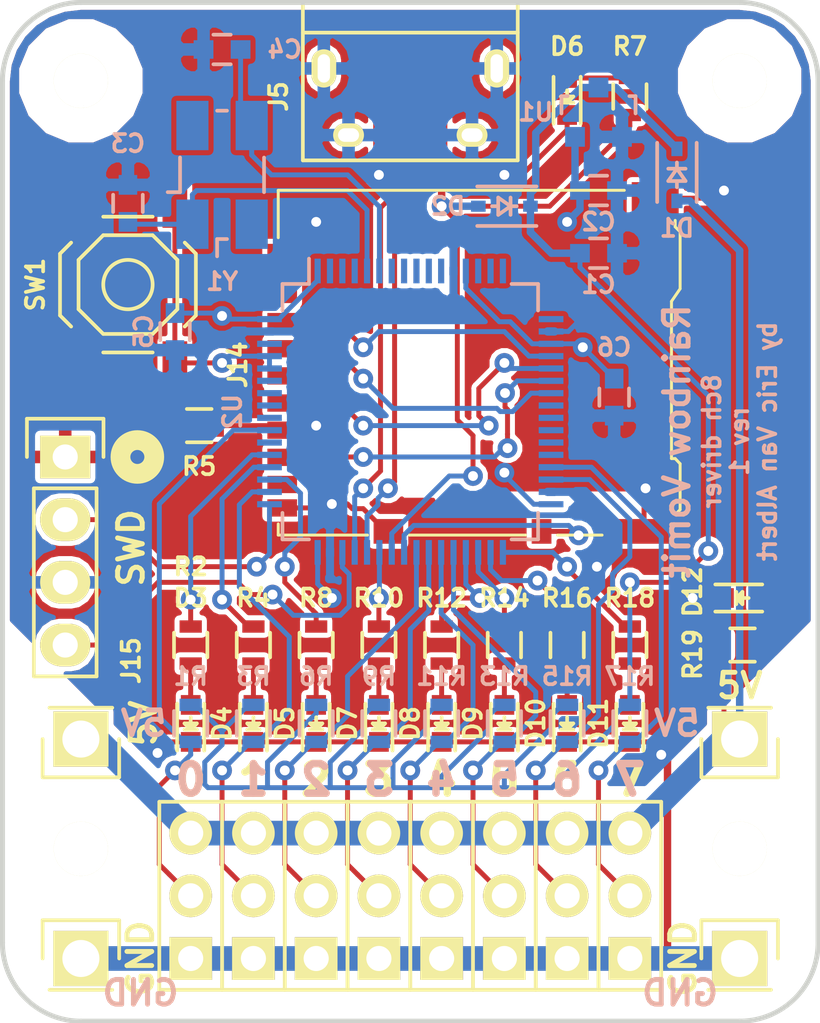
<source format=kicad_pcb>
(kicad_pcb (version 20171130) (host pcbnew 5.0.0)
  (layers (0 F.Cu signal hide) (31 B.Cu signal hide) (34 B.Paste user) (35 F.Paste user) (36 B.SilkS user) (37 F.SilkS user hide) (38 B.Mask user) (39 F.Mask user) (44 Edge.Cuts user))
  (net 0 "")
  (net 1 GND)
  (net 2 +5V)
  (net 3 +3V3)
  (net 4 "Net-(C3-Pad1)")
  (net 5 "Net-(C4-Pad1)")
  (net 6 +5VL)
  (net 7 /VBUS)
  (net 8 "Net-(D3-Pad2)")
  (net 9 "Net-(D4-Pad2)")
  (net 10 "Net-(D5-Pad2)")
  (net 11 "Net-(D6-Pad2)")
  (net 12 "Net-(D7-Pad2)")
  (net 13 "Net-(D8-Pad2)")
  (net 14 "Net-(D9-Pad2)")
  (net 15 "Net-(D10-Pad2)")
  (net 16 "Net-(D11-Pad2)")
  (net 17 /USB_DM)
  (net 18 /USB_DP)
  (net 19 "Net-(J5-Pad4)")
  (net 20 /LED0)
  (net 21 /LED1)
  (net 22 /LED2)
  (net 23 /LED3)
  (net 24 /LED4)
  (net 25 /LED5)
  (net 26 /LED6)
  (net 27 /LED7)
  (net 28 /SWCLK)
  (net 29 /SWDIO)
  (net 30 /IND0)
  (net 31 /IND1)
  (net 32 /BUTTON)
  (net 33 /IND2)
  (net 34 /IND3)
  (net 35 /IND4)
  (net 36 /IND5)
  (net 37 /IND6)
  (net 38 /IND7)
  (net 39 "Net-(U2-Pad2)")
  (net 40 "Net-(U2-Pad3)")
  (net 41 "Net-(U2-Pad4)")
  (net 42 "Net-(U2-Pad7)")
  (net 43 "Net-(U2-Pad8)")
  (net 44 "Net-(U2-Pad9)")
  (net 45 "Net-(U2-Pad10)")
  (net 46 "Net-(U2-Pad11)")
  (net 47 "Net-(U2-Pad14)")
  (net 48 "Net-(U2-Pad15)")
  (net 49 "Net-(U2-Pad16)")
  (net 50 "Net-(U2-Pad17)")
  (net 51 /NSS)
  (net 52 /SCK)
  (net 53 /MISO)
  (net 54 /MOSI)
  (net 55 "Net-(U2-Pad24)")
  (net 56 "Net-(U2-Pad25)")
  (net 57 "Net-(U2-Pad26)")
  (net 58 "Net-(U2-Pad27)")
  (net 59 "Net-(U2-Pad28)")
  (net 60 "Net-(U2-Pad54)")
  (net 61 "Net-(U2-Pad56)")
  (net 62 "Net-(U2-Pad57)")
  (net 63 "Net-(U2-Pad58)")
  (net 64 "Net-(U2-Pad59)")
  (net 65 "Net-(J14-Pad8)")
  (net 66 "Net-(J14-Pad1)")
  (net 67 VDD)
  (net 68 /DETECT)
  (net 69 "Net-(U2-Pad62)")
  (net 70 "Net-(D12-Pad2)")
  (module LEDs:LED_0603 (layer F.Cu) (at 142.24 106.045 90)
    (fp_text reference D8 (at 0 -1.27 90) (layer F.SilkS) (effects (font (size 0.7 0.7))))
    (fp_text value YELLOW)
    (pad 1 smd rect (at -0.7493 0 270) (size 0.79756 0.79756) (layers F.Cu F.Paste F.Mask) (net 1 GND))
    (pad 2 smd rect (at 0.7493 0 270) (size 0.79756 0.79756) (layers F.Cu F.Paste F.Mask) (net 13 "Net-(D8-Pad2)"))
  )
  (module LEDs:LED_0603 (layer F.Cu) (at 137.16 106.045 90)
    (fp_text reference D5 (at 0 -1.27 90) (layer F.SilkS) (effects (font (size 0.7 0.7))))
    (fp_text value YELLOW)
    (pad 1 smd rect (at -0.7493 0 270) (size 0.79756 0.79756) (layers F.Cu F.Paste F.Mask) (net 1 GND))
    (pad 2 smd rect (at 0.7493 0 270) (size 0.79756 0.79756) (layers F.Cu F.Paste F.Mask) (net 10 "Net-(D5-Pad2)"))
  )
  (module Pin_Headers:Pin_Header_Straight_1x03 (layer F.Cu) (at 149.86 115.57 180)
    (fp_text reference J13 hide)
    (fp_text value Conn_01x03_Male)
    (pad 1 thru_hole rect (at 0 0 180) (size 1.7272 1.7272) (drill 1.016) (layers *.Cu *.Mask F.SilkS) (net 1 GND))
    (pad 2 thru_hole oval (at 0 2.54 180) (size 1.7272 1.7272) (drill 1.016) (layers *.Cu *.Mask F.SilkS) (net 27 /LED7))
    (pad 3 thru_hole oval (at 0 5.08 180) (size 1.7272 1.7272) (drill 1.016) (layers *.Cu *.Mask F.SilkS) (net 6 +5VL))
  )
  (module Pin_Headers:Pin_Header_Straight_1x03 (layer F.Cu) (at 147.32 115.57 180)
    (fp_text reference J12 hide)
    (fp_text value Conn_01x03_Male)
    (pad 3 thru_hole oval (at 0 5.08 180) (size 1.7272 1.7272) (drill 1.016) (layers *.Cu *.Mask F.SilkS) (net 6 +5VL))
    (pad 2 thru_hole oval (at 0 2.54 180) (size 1.7272 1.7272) (drill 1.016) (layers *.Cu *.Mask F.SilkS) (net 26 /LED6))
    (pad 1 thru_hole rect (at 0 0 180) (size 1.7272 1.7272) (drill 1.016) (layers *.Cu *.Mask F.SilkS) (net 1 GND))
  )
  (module Pin_Headers:Pin_Header_Straight_1x03 (layer F.Cu) (at 144.78 115.57 180)
    (fp_text reference J11 hide)
    (fp_text value Conn_01x03_Male)
    (pad 3 thru_hole oval (at 0 5.08 180) (size 1.7272 1.7272) (drill 1.016) (layers *.Cu *.Mask F.SilkS) (net 6 +5VL))
    (pad 2 thru_hole oval (at 0 2.54 180) (size 1.7272 1.7272) (drill 1.016) (layers *.Cu *.Mask F.SilkS) (net 25 /LED5))
    (pad 1 thru_hole rect (at 0 0 180) (size 1.7272 1.7272) (drill 1.016) (layers *.Cu *.Mask F.SilkS) (net 1 GND))
  )
  (module Pin_Headers:Pin_Header_Straight_1x03 (layer F.Cu) (at 142.24 115.57 180)
    (fp_text reference J10 hide)
    (fp_text value Conn_01x03_Male)
    (pad 1 thru_hole rect (at 0 0 180) (size 1.7272 1.7272) (drill 1.016) (layers *.Cu *.Mask F.SilkS) (net 1 GND))
    (pad 2 thru_hole oval (at 0 2.54 180) (size 1.7272 1.7272) (drill 1.016) (layers *.Cu *.Mask F.SilkS) (net 24 /LED4))
    (pad 3 thru_hole oval (at 0 5.08 180) (size 1.7272 1.7272) (drill 1.016) (layers *.Cu *.Mask F.SilkS) (net 6 +5VL))
  )
  (module Pin_Headers:Pin_Header_Straight_1x03 (layer F.Cu) (at 139.7 115.57 180)
    (fp_text reference J9 hide)
    (fp_text value Conn_01x03_Male)
    (pad 3 thru_hole oval (at 0 5.08 180) (size 1.7272 1.7272) (drill 1.016) (layers *.Cu *.Mask F.SilkS) (net 6 +5VL))
    (pad 2 thru_hole oval (at 0 2.54 180) (size 1.7272 1.7272) (drill 1.016) (layers *.Cu *.Mask F.SilkS) (net 23 /LED3))
    (pad 1 thru_hole rect (at 0 0 180) (size 1.7272 1.7272) (drill 1.016) (layers *.Cu *.Mask F.SilkS) (net 1 GND))
  )
  (module Pin_Headers:Pin_Header_Straight_1x03 (layer F.Cu) (at 137.16 115.57 180)
    (fp_text reference J8 hide)
    (fp_text value Conn_01x03_Male)
    (pad 1 thru_hole rect (at 0 0 180) (size 1.7272 1.7272) (drill 1.016) (layers *.Cu *.Mask F.SilkS) (net 1 GND))
    (pad 2 thru_hole oval (at 0 2.54 180) (size 1.7272 1.7272) (drill 1.016) (layers *.Cu *.Mask F.SilkS) (net 22 /LED2))
    (pad 3 thru_hole oval (at 0 5.08 180) (size 1.7272 1.7272) (drill 1.016) (layers *.Cu *.Mask F.SilkS) (net 6 +5VL))
  )
  (module Pin_Headers:Pin_Header_Straight_1x03 (layer F.Cu) (at 134.62 115.57 180)
    (fp_text reference J7 hide)
    (fp_text value Conn_01x03_Male)
    (pad 3 thru_hole oval (at 0 5.08 180) (size 1.7272 1.7272) (drill 1.016) (layers *.Cu *.Mask F.SilkS) (net 6 +5VL))
    (pad 2 thru_hole oval (at 0 2.54 180) (size 1.7272 1.7272) (drill 1.016) (layers *.Cu *.Mask F.SilkS) (net 21 /LED1))
    (pad 1 thru_hole rect (at 0 0 180) (size 1.7272 1.7272) (drill 1.016) (layers *.Cu *.Mask F.SilkS) (net 1 GND))
  )
  (module Pin_Headers:Pin_Header_Straight_1x03 (layer F.Cu) (at 132.08 115.57 180)
    (fp_text reference J6 hide)
    (fp_text value Conn_01x03_Male)
    (pad 1 thru_hole rect (at 0 0 180) (size 1.7272 1.7272) (drill 1.016) (layers *.Cu *.Mask F.SilkS) (net 1 GND))
    (pad 2 thru_hole oval (at 0 2.54 180) (size 1.7272 1.7272) (drill 1.016) (layers *.Cu *.Mask F.SilkS) (net 20 /LED0))
    (pad 3 thru_hole oval (at 0 5.08 180) (size 1.7272 1.7272) (drill 1.016) (layers *.Cu *.Mask F.SilkS) (net 6 +5VL))
  )
  (module Pin_Headers:Pin_Header_Straight_1x04 (layer F.Cu) (at 127 95.25)
    (fp_text reference J15 (at 2.667 8.255 270) (layer F.SilkS) (effects (font (size 0.7 0.7))))
    (fp_text value SWD)
    (pad 1 thru_hole rect (at 0 0) (size 2.032 1.7272) (drill 1.016) (layers *.Cu *.Mask F.SilkS) (net 3 +3V3))
    (pad 2 thru_hole oval (at 0 2.54) (size 2.032 1.7272) (drill 1.016) (layers *.Cu *.Mask F.SilkS) (net 28 /SWCLK))
    (pad 3 thru_hole oval (at 0 5.08) (size 2.032 1.7272) (drill 1.016) (layers *.Cu *.Mask F.SilkS) (net 1 GND))
    (pad 4 thru_hole oval (at 0 7.62) (size 2.032 1.7272) (drill 1.016) (layers *.Cu *.Mask F.SilkS) (net 29 /SWDIO))
  )
  (module Housings_QFP:LQFP-64_10x10mm_Pitch0.5mm (layer B.Cu) (at 140.97 93.415 270)
    (fp_text reference U2 (at 0 7.2 270) (layer B.SilkS) (effects (font (size 0.7 0.7)) (justify mirror)))
    (fp_text value STM32F105RCTx)
    (pad 1 smd rect (at -5.7 3.75 270) (size 1 0.25) (layers B.Cu B.Paste B.Mask) (net 3 +3V3))
    (pad 2 smd rect (at -5.7 3.25 270) (size 1 0.25) (layers B.Cu B.Paste B.Mask) (net 39 "Net-(U2-Pad2)"))
    (pad 3 smd rect (at -5.7 2.75 270) (size 1 0.25) (layers B.Cu B.Paste B.Mask) (net 40 "Net-(U2-Pad3)"))
    (pad 4 smd rect (at -5.7 2.25 270) (size 1 0.25) (layers B.Cu B.Paste B.Mask) (net 41 "Net-(U2-Pad4)"))
    (pad 5 smd rect (at -5.7 1.75 270) (size 1 0.25) (layers B.Cu B.Paste B.Mask) (net 4 "Net-(C3-Pad1)"))
    (pad 6 smd rect (at -5.7 1.25 270) (size 1 0.25) (layers B.Cu B.Paste B.Mask) (net 5 "Net-(C4-Pad1)"))
    (pad 7 smd rect (at -5.7 0.75 270) (size 1 0.25) (layers B.Cu B.Paste B.Mask) (net 42 "Net-(U2-Pad7)"))
    (pad 8 smd rect (at -5.7 0.25 270) (size 1 0.25) (layers B.Cu B.Paste B.Mask) (net 43 "Net-(U2-Pad8)"))
    (pad 9 smd rect (at -5.7 -0.25 270) (size 1 0.25) (layers B.Cu B.Paste B.Mask) (net 44 "Net-(U2-Pad9)"))
    (pad 10 smd rect (at -5.7 -0.75 270) (size 1 0.25) (layers B.Cu B.Paste B.Mask) (net 45 "Net-(U2-Pad10)"))
    (pad 11 smd rect (at -5.7 -1.25 270) (size 1 0.25) (layers B.Cu B.Paste B.Mask) (net 46 "Net-(U2-Pad11)"))
    (pad 12 smd rect (at -5.7 -1.75 270) (size 1 0.25) (layers B.Cu B.Paste B.Mask) (net 1 GND))
    (pad 13 smd rect (at -5.7 -2.25 270) (size 1 0.25) (layers B.Cu B.Paste B.Mask) (net 3 +3V3))
    (pad 14 smd rect (at -5.7 -2.75 270) (size 1 0.25) (layers B.Cu B.Paste B.Mask) (net 47 "Net-(U2-Pad14)"))
    (pad 15 smd rect (at -5.7 -3.25 270) (size 1 0.25) (layers B.Cu B.Paste B.Mask) (net 48 "Net-(U2-Pad15)"))
    (pad 16 smd rect (at -5.7 -3.75 270) (size 1 0.25) (layers B.Cu B.Paste B.Mask) (net 49 "Net-(U2-Pad16)"))
    (pad 17 smd rect (at -3.75 -5.7 180) (size 1 0.25) (layers B.Cu B.Paste B.Mask) (net 50 "Net-(U2-Pad17)"))
    (pad 18 smd rect (at -3.25 -5.7 180) (size 1 0.25) (layers B.Cu B.Paste B.Mask) (net 1 GND))
    (pad 19 smd rect (at -2.75 -5.7 180) (size 1 0.25) (layers B.Cu B.Paste B.Mask) (net 3 +3V3))
    (pad 20 smd rect (at -2.25 -5.7 180) (size 1 0.25) (layers B.Cu B.Paste B.Mask) (net 51 /NSS))
    (pad 21 smd rect (at -1.75 -5.7 180) (size 1 0.25) (layers B.Cu B.Paste B.Mask) (net 52 /SCK))
    (pad 22 smd rect (at -1.25 -5.7 180) (size 1 0.25) (layers B.Cu B.Paste B.Mask) (net 53 /MISO))
    (pad 23 smd rect (at -0.75 -5.7 180) (size 1 0.25) (layers B.Cu B.Paste B.Mask) (net 54 /MOSI))
    (pad 24 smd rect (at -0.25 -5.7 180) (size 1 0.25) (layers B.Cu B.Paste B.Mask) (net 55 "Net-(U2-Pad24)"))
    (pad 25 smd rect (at 0.25 -5.7 180) (size 1 0.25) (layers B.Cu B.Paste B.Mask) (net 56 "Net-(U2-Pad25)"))
    (pad 26 smd rect (at 0.75 -5.7 180) (size 1 0.25) (layers B.Cu B.Paste B.Mask) (net 57 "Net-(U2-Pad26)"))
    (pad 27 smd rect (at 1.25 -5.7 180) (size 1 0.25) (layers B.Cu B.Paste B.Mask) (net 58 "Net-(U2-Pad27)"))
    (pad 28 smd rect (at 1.75 -5.7 180) (size 1 0.25) (layers B.Cu B.Paste B.Mask) (net 59 "Net-(U2-Pad28)"))
    (pad 29 smd rect (at 2.25 -5.7 180) (size 1 0.25) (layers B.Cu B.Paste B.Mask) (net 27 /LED7))
    (pad 30 smd rect (at 2.75 -5.7 180) (size 1 0.25) (layers B.Cu B.Paste B.Mask) (net 26 /LED6))
    (pad 31 smd rect (at 3.25 -5.7 180) (size 1 0.25) (layers B.Cu B.Paste B.Mask) (net 1 GND))
    (pad 32 smd rect (at 3.75 -5.7 180) (size 1 0.25) (layers B.Cu B.Paste B.Mask) (net 3 +3V3))
    (pad 33 smd rect (at 5.7 -3.75 270) (size 1 0.25) (layers B.Cu B.Paste B.Mask) (net 38 /IND7))
    (pad 34 smd rect (at 5.7 -3.25 270) (size 1 0.25) (layers B.Cu B.Paste B.Mask) (net 37 /IND6))
    (pad 35 smd rect (at 5.7 -2.75 270) (size 1 0.25) (layers B.Cu B.Paste B.Mask) (net 36 /IND5))
    (pad 36 smd rect (at 5.7 -2.25 270) (size 1 0.25) (layers B.Cu B.Paste B.Mask) (net 35 /IND4))
    (pad 37 smd rect (at 5.7 -1.75 270) (size 1 0.25) (layers B.Cu B.Paste B.Mask) (net 25 /LED5))
    (pad 38 smd rect (at 5.7 -1.25 270) (size 1 0.25) (layers B.Cu B.Paste B.Mask) (net 24 /LED4))
    (pad 39 smd rect (at 5.7 -0.75 270) (size 1 0.25) (layers B.Cu B.Paste B.Mask) (net 23 /LED3))
    (pad 40 smd rect (at 5.7 -0.25 270) (size 1 0.25) (layers B.Cu B.Paste B.Mask) (net 22 /LED2))
    (pad 41 smd rect (at 5.7 0.25 270) (size 1 0.25) (layers B.Cu B.Paste B.Mask) (net 68 /DETECT))
    (pad 42 smd rect (at 5.7 0.75 270) (size 1 0.25) (layers B.Cu B.Paste B.Mask) (net 7 /VBUS))
    (pad 43 smd rect (at 5.7 1.25 270) (size 1 0.25) (layers B.Cu B.Paste B.Mask) (net 34 /IND3))
    (pad 44 smd rect (at 5.7 1.75 270) (size 1 0.25) (layers B.Cu B.Paste B.Mask) (net 17 /USB_DM))
    (pad 45 smd rect (at 5.7 2.25 270) (size 1 0.25) (layers B.Cu B.Paste B.Mask) (net 18 /USB_DP))
    (pad 46 smd rect (at 5.7 2.75 270) (size 1 0.25) (layers B.Cu B.Paste B.Mask) (net 29 /SWDIO))
    (pad 47 smd rect (at 5.7 3.25 270) (size 1 0.25) (layers B.Cu B.Paste B.Mask) (net 1 GND))
    (pad 48 smd rect (at 5.7 3.75 270) (size 1 0.25) (layers B.Cu B.Paste B.Mask) (net 3 +3V3))
    (pad 49 smd rect (at 3.75 5.7 180) (size 1 0.25) (layers B.Cu B.Paste B.Mask) (net 28 /SWCLK))
    (pad 50 smd rect (at 3.25 5.7 180) (size 1 0.25) (layers B.Cu B.Paste B.Mask) (net 21 /LED1))
    (pad 51 smd rect (at 2.75 5.7 180) (size 1 0.25) (layers B.Cu B.Paste B.Mask) (net 33 /IND2))
    (pad 52 smd rect (at 2.25 5.7 180) (size 1 0.25) (layers B.Cu B.Paste B.Mask) (net 31 /IND1))
    (pad 53 smd rect (at 1.75 5.7 180) (size 1 0.25) (layers B.Cu B.Paste B.Mask) (net 30 /IND0))
    (pad 54 smd rect (at 1.25 5.7 180) (size 1 0.25) (layers B.Cu B.Paste B.Mask) (net 60 "Net-(U2-Pad54)"))
    (pad 55 smd rect (at 0.75 5.7 180) (size 1 0.25) (layers B.Cu B.Paste B.Mask) (net 20 /LED0))
    (pad 56 smd rect (at 0.25 5.7 180) (size 1 0.25) (layers B.Cu B.Paste B.Mask) (net 61 "Net-(U2-Pad56)"))
    (pad 57 smd rect (at -0.25 5.7 180) (size 1 0.25) (layers B.Cu B.Paste B.Mask) (net 62 "Net-(U2-Pad57)"))
    (pad 58 smd rect (at -0.75 5.7 180) (size 1 0.25) (layers B.Cu B.Paste B.Mask) (net 63 "Net-(U2-Pad58)"))
    (pad 59 smd rect (at -1.25 5.7 180) (size 1 0.25) (layers B.Cu B.Paste B.Mask) (net 64 "Net-(U2-Pad59)"))
    (pad 60 smd rect (at -1.75 5.7 180) (size 1 0.25) (layers B.Cu B.Paste B.Mask) (net 32 /BUTTON))
    (pad 61 smd rect (at -2.25 5.7 180) (size 1 0.25) (layers B.Cu B.Paste B.Mask) (net 32 /BUTTON))
    (pad 62 smd rect (at -2.75 5.7 180) (size 1 0.25) (layers B.Cu B.Paste B.Mask) (net 69 "Net-(U2-Pad62)"))
    (pad 63 smd rect (at -3.25 5.7 180) (size 1 0.25) (layers B.Cu B.Paste B.Mask) (net 1 GND))
    (pad 64 smd rect (at -3.75 5.7 180) (size 1 0.25) (layers B.Cu B.Paste B.Mask) (net 3 +3V3))
  )
  (module Capacitors_SMD:C_0603 (layer B.Cu) (at 148.59 86.995)
    (fp_text reference C1 (at 0 1.27) (layer B.SilkS) (effects (font (size 0.7 0.7)) (justify mirror)))
    (fp_text value 2u2)
    (pad 2 smd rect (at 0.75 0) (size 0.8 0.75) (layers B.Cu B.Paste B.Mask) (net 1 GND))
    (pad 1 smd rect (at -0.75 0) (size 0.8 0.75) (layers B.Cu B.Paste B.Mask) (net 2 +5V))
  )
  (module Capacitors_SMD:C_0603 (layer B.Cu) (at 148.59 84.455)
    (fp_text reference C2 (at 0 1.27) (layer B.SilkS) (effects (font (size 0.7 0.7)) (justify mirror)))
    (fp_text value 2u2)
    (pad 1 smd rect (at -0.75 0) (size 0.8 0.75) (layers B.Cu B.Paste B.Mask) (net 3 +3V3))
    (pad 2 smd rect (at 0.75 0) (size 0.8 0.75) (layers B.Cu B.Paste B.Mask) (net 1 GND))
  )
  (module Capacitors_SMD:C_0603 (layer B.Cu) (at 129.54 84.975 90)
    (fp_text reference C3 (at 2.425 0 180) (layer B.SilkS) (effects (font (size 0.7 0.7)) (justify mirror)))
    (fp_text value 20p)
    (pad 1 smd rect (at -0.75 0 90) (size 0.8 0.75) (layers B.Cu B.Paste B.Mask) (net 4 "Net-(C3-Pad1)"))
    (pad 2 smd rect (at 0.75 0 90) (size 0.8 0.75) (layers B.Cu B.Paste B.Mask) (net 1 GND))
  )
  (module Capacitors_SMD:C_0603 (layer B.Cu) (at 133.35 78.74 180)
    (fp_text reference C4 (at -2.54 0) (layer B.SilkS) (effects (font (size 0.7 0.7)) (justify mirror)))
    (fp_text value 20p)
    (pad 2 smd rect (at 0.75 0 180) (size 0.8 0.75) (layers B.Cu B.Paste B.Mask) (net 1 GND))
    (pad 1 smd rect (at -0.75 0 180) (size 0.8 0.75) (layers B.Cu B.Paste B.Mask) (net 5 "Net-(C4-Pad1)"))
  )
  (module Diodes_SMD:SOD-323 (layer B.Cu) (at 151.765 83.82 270)
    (fp_text reference D1 (at 2.159 0) (layer B.SilkS) (effects (font (size 0.7 0.7)) (justify mirror)))
    (fp_text value D)
    (pad 1 smd rect (at -1.055 0 270) (size 0.59 0.45) (layers B.Cu B.Paste B.Mask) (net 2 +5V))
    (pad 2 smd rect (at 1.055 0 270) (size 0.59 0.45) (layers B.Cu B.Paste B.Mask) (net 6 +5VL))
  )
  (module Diodes_SMD:SOD-323 (layer B.Cu) (at 144.78 85.09 180)
    (fp_text reference D2 (at 2.286 0 180) (layer B.SilkS) (effects (font (size 0.7 0.7)) (justify mirror)))
    (fp_text value D)
    (pad 2 smd rect (at 1.055 0 180) (size 0.59 0.45) (layers B.Cu B.Paste B.Mask) (net 7 /VBUS))
    (pad 1 smd rect (at -1.055 0 180) (size 0.59 0.45) (layers B.Cu B.Paste B.Mask) (net 2 +5V))
  )
  (module LEDs:LED_0603 (layer F.Cu) (at 132.08 106.045 90)
    (fp_text reference D3 (at 5.08 0 unlocked) (layer F.SilkS) (effects (font (size 0.7 0.7))))
    (fp_text value YELLOW)
    (pad 2 smd rect (at 0.7493 0 270) (size 0.79756 0.79756) (layers F.Cu F.Paste F.Mask) (net 8 "Net-(D3-Pad2)"))
    (pad 1 smd rect (at -0.7493 0 270) (size 0.79756 0.79756) (layers F.Cu F.Paste F.Mask) (net 1 GND))
  )
  (module LEDs:LED_0603 (layer F.Cu) (at 134.62 106.045 90)
    (fp_text reference D4 (at 0 -1.27 270) (layer F.SilkS) (effects (font (size 0.7 0.7))))
    (fp_text value YELLOW)
    (pad 2 smd rect (at 0.7493 0 270) (size 0.79756 0.79756) (layers F.Cu F.Paste F.Mask) (net 9 "Net-(D4-Pad2)"))
    (pad 1 smd rect (at -0.7493 0 270) (size 0.79756 0.79756) (layers F.Cu F.Paste F.Mask) (net 1 GND))
  )
  (module LEDs:LED_0603 (layer F.Cu) (at 147.32 80.645 90)
    (fp_text reference D6 (at 2.032 0 180) (layer F.SilkS) (effects (font (size 0.7 0.7))))
    (fp_text value GREEN)
    (pad 2 smd rect (at 0.7493 0 270) (size 0.79756 0.79756) (layers F.Cu F.Paste F.Mask) (net 11 "Net-(D6-Pad2)"))
    (pad 1 smd rect (at -0.7493 0 270) (size 0.79756 0.79756) (layers F.Cu F.Paste F.Mask) (net 1 GND))
  )
  (module LEDs:LED_0603 (layer F.Cu) (at 139.7 106.045 90)
    (fp_text reference D7 (at 0 -1.27 90) (layer F.SilkS) (effects (font (size 0.7 0.7))))
    (fp_text value YELLOW)
    (pad 1 smd rect (at -0.7493 0 270) (size 0.79756 0.79756) (layers F.Cu F.Paste F.Mask) (net 1 GND))
    (pad 2 smd rect (at 0.7493 0 270) (size 0.79756 0.79756) (layers F.Cu F.Paste F.Mask) (net 12 "Net-(D7-Pad2)"))
  )
  (module LEDs:LED_0603 (layer F.Cu) (at 144.78 106.045 90)
    (fp_text reference D9 (at 0 -1.27 90) (layer F.SilkS) (effects (font (size 0.7 0.7))))
    (fp_text value YELLOW)
    (pad 2 smd rect (at 0.7493 0 270) (size 0.79756 0.79756) (layers F.Cu F.Paste F.Mask) (net 14 "Net-(D9-Pad2)"))
    (pad 1 smd rect (at -0.7493 0 270) (size 0.79756 0.79756) (layers F.Cu F.Paste F.Mask) (net 1 GND))
  )
  (module LEDs:LED_0603 (layer F.Cu) (at 147.32 106.045 90)
    (fp_text reference D10 (at 0 -1.27 90) (layer F.SilkS) (effects (font (size 0.7 0.7))))
    (fp_text value YELLOW)
    (pad 1 smd rect (at -0.7493 0 270) (size 0.79756 0.79756) (layers F.Cu F.Paste F.Mask) (net 1 GND))
    (pad 2 smd rect (at 0.7493 0 270) (size 0.79756 0.79756) (layers F.Cu F.Paste F.Mask) (net 15 "Net-(D10-Pad2)"))
  )
  (module LEDs:LED_0603 (layer F.Cu) (at 149.86 106.045 90)
    (fp_text reference D11 (at 0 -1.27 90) (layer F.SilkS) (effects (font (size 0.7 0.7))))
    (fp_text value YELLOW)
    (pad 2 smd rect (at 0.7493 0 270) (size 0.79756 0.79756) (layers F.Cu F.Paste F.Mask) (net 16 "Net-(D11-Pad2)"))
    (pad 1 smd rect (at -0.7493 0 270) (size 0.79756 0.79756) (layers F.Cu F.Paste F.Mask) (net 1 GND))
  )
  (module Pin_Headers:Pin_Header_Straight_1x01 (layer F.Cu) (at 127.635 106.68 180)
    (fp_text reference J1 hide)
    (fp_text value 5VL)
    (pad 1 thru_hole rect (at 0 0 180) (size 2.2352 2.2352) (drill 1.5) (layers *.Cu *.Mask F.SilkS) (net 6 +5VL))
  )
  (module Pin_Headers:Pin_Header_Straight_1x01 (layer F.Cu) (at 154.305 106.68 180)
    (fp_text reference J2 hide)
    (fp_text value 5VL)
    (pad 1 thru_hole rect (at 0 0 180) (size 2.2352 2.2352) (drill 1.5) (layers *.Cu *.Mask F.SilkS) (net 6 +5VL))
  )
  (module Pin_Headers:Pin_Header_Straight_1x01 (layer F.Cu) (at 127.635 115.57)
    (fp_text reference J3 hide)
    (fp_text value GND)
    (pad 1 thru_hole rect (at 0 0) (size 2.2352 2.2352) (drill 1.5) (layers *.Cu *.Mask F.SilkS) (net 1 GND))
  )
  (module Pin_Headers:Pin_Header_Straight_1x01 (layer F.Cu) (at 154.305 115.57)
    (fp_text reference J4 hide)
    (fp_text value GND)
    (pad 1 thru_hole rect (at 0 0) (size 2.2352 2.2352) (drill 1.5) (layers *.Cu *.Mask F.SilkS) (net 1 GND))
  )
  (module Connect:USB_Micro-B (layer F.Cu) (at 140.97 80.645 180)
    (fp_text reference J5 (at 5.334 0 270) (layer F.SilkS) (effects (font (size 0.7 0.7))))
    (fp_text value USB_B_Micro)
    (pad 1 smd rect (at -1.3009 -1.56254 270) (size 1.35 0.4) (layers F.Cu F.Paste F.Mask) (net 7 /VBUS))
    (pad 2 smd rect (at -0.6509 -1.56254 270) (size 1.35 0.4) (layers F.Cu F.Paste F.Mask) (net 17 /USB_DM))
    (pad 3 smd rect (at -0.0009 -1.56254 270) (size 1.35 0.4) (layers F.Cu F.Paste F.Mask) (net 18 /USB_DP))
    (pad 4 smd rect (at 0.6491 -1.56254 270) (size 1.35 0.4) (layers F.Cu F.Paste F.Mask) (net 19 "Net-(J5-Pad4)"))
    (pad 5 smd rect (at 1.2991 -1.56254 270) (size 1.35 0.4) (layers F.Cu F.Paste F.Mask) (net 1 GND))
    (pad 6 thru_hole oval (at -2.5009 -1.56254 270) (size 0.95 1.25) (drill oval 0.55 0.85) (layers *.Cu *.Mask F.SilkS) (net 1 GND))
    (pad 6 thru_hole oval (at 2.4991 -1.56254 270) (size 0.95 1.25) (drill oval 0.55 0.85) (layers *.Cu *.Mask F.SilkS) (net 1 GND))
    (pad 6 thru_hole oval (at -3.5009 1.13746 270) (size 1.55 1) (drill oval 1.15 0.5) (layers *.Cu *.Mask F.SilkS) (net 1 GND))
    (pad 6 thru_hole oval (at 3.4991 1.13746 270) (size 1.55 1) (drill oval 1.15 0.5) (layers *.Cu *.Mask F.SilkS) (net 1 GND))
  )
  (module Resistors_SMD:R_0603 (layer B.Cu) (at 132.08 106.045 270)
    (fp_text reference R1 (at -1.905 0) (layer B.SilkS) (effects (font (size 0.7 0.7)) (justify mirror)))
    (fp_text value 1K)
    (pad 2 smd rect (at 0.75 0 270) (size 0.5 0.9) (layers B.Cu B.Paste B.Mask) (net 20 /LED0))
    (pad 1 smd rect (at -0.75 0 270) (size 0.5 0.9) (layers B.Cu B.Paste B.Mask) (net 2 +5V))
  )
  (module Resistors_SMD:R_0603 (layer F.Cu) (at 132.08 102.87 90)
    (fp_text reference R2 (at 3.175 0 180) (layer F.SilkS) (effects (font (size 0.7 0.7))))
    (fp_text value 470R)
    (pad 1 smd rect (at -0.75 0 90) (size 0.5 0.9) (layers F.Cu F.Paste F.Mask) (net 8 "Net-(D3-Pad2)"))
    (pad 2 smd rect (at 0.75 0 90) (size 0.5 0.9) (layers F.Cu F.Paste F.Mask) (net 30 /IND0))
  )
  (module Resistors_SMD:R_0603 (layer B.Cu) (at 134.62 106.045 270)
    (fp_text reference R3 (at -1.905 0) (layer B.SilkS) (effects (font (size 0.7 0.7)) (justify mirror)))
    (fp_text value 1K)
    (pad 1 smd rect (at -0.75 0 270) (size 0.5 0.9) (layers B.Cu B.Paste B.Mask) (net 2 +5V))
    (pad 2 smd rect (at 0.75 0 270) (size 0.5 0.9) (layers B.Cu B.Paste B.Mask) (net 21 /LED1))
  )
  (module Resistors_SMD:R_0603 (layer F.Cu) (at 134.62 102.87 90)
    (fp_text reference R4 (at 1.905 0 180) (layer F.SilkS) (effects (font (size 0.7 0.7))))
    (fp_text value 470R)
    (pad 1 smd rect (at -0.75 0 90) (size 0.5 0.9) (layers F.Cu F.Paste F.Mask) (net 9 "Net-(D4-Pad2)"))
    (pad 2 smd rect (at 0.75 0 90) (size 0.5 0.9) (layers F.Cu F.Paste F.Mask) (net 31 /IND1))
  )
  (module Resistors_SMD:R_0603 (layer F.Cu) (at 132.425 93.98)
    (fp_text reference R5 (at 0 1.651) (layer F.SilkS) (effects (font (size 0.7 0.7))))
    (fp_text value 10K)
    (pad 2 smd rect (at 0.75 0) (size 0.5 0.9) (layers F.Cu F.Paste F.Mask) (net 1 GND))
    (pad 1 smd rect (at -0.75 0) (size 0.5 0.9) (layers F.Cu F.Paste F.Mask) (net 32 /BUTTON))
  )
  (module Resistors_SMD:R_0603 (layer B.Cu) (at 137.16 106.045 270)
    (fp_text reference R6 (at -1.905 0) (layer B.SilkS) (effects (font (size 0.7 0.7)) (justify mirror)))
    (fp_text value 1K)
    (pad 2 smd rect (at 0.75 0 270) (size 0.5 0.9) (layers B.Cu B.Paste B.Mask) (net 22 /LED2))
    (pad 1 smd rect (at -0.75 0 270) (size 0.5 0.9) (layers B.Cu B.Paste B.Mask) (net 2 +5V))
  )
  (module Resistors_SMD:R_0603 (layer F.Cu) (at 149.86 80.645 90)
    (fp_text reference R7 (at 2.032 0 180) (layer F.SilkS) (effects (font (size 0.7 0.7))))
    (fp_text value 680R)
    (pad 1 smd rect (at -0.75 0 90) (size 0.5 0.9) (layers F.Cu F.Paste F.Mask) (net 7 /VBUS))
    (pad 2 smd rect (at 0.75 0 90) (size 0.5 0.9) (layers F.Cu F.Paste F.Mask) (net 11 "Net-(D6-Pad2)"))
  )
  (module Resistors_SMD:R_0603 (layer F.Cu) (at 137.16 102.87 90)
    (fp_text reference R8 (at 1.905 0 180) (layer F.SilkS) (effects (font (size 0.7 0.7))))
    (fp_text value 470R)
    (pad 2 smd rect (at 0.75 0 90) (size 0.5 0.9) (layers F.Cu F.Paste F.Mask) (net 33 /IND2))
    (pad 1 smd rect (at -0.75 0 90) (size 0.5 0.9) (layers F.Cu F.Paste F.Mask) (net 10 "Net-(D5-Pad2)"))
  )
  (module Resistors_SMD:R_0603 (layer B.Cu) (at 139.7 106.045 270)
    (fp_text reference R9 (at -1.905 0) (layer B.SilkS) (effects (font (size 0.7 0.7)) (justify mirror)))
    (fp_text value 1K)
    (pad 1 smd rect (at -0.75 0 270) (size 0.5 0.9) (layers B.Cu B.Paste B.Mask) (net 2 +5V))
    (pad 2 smd rect (at 0.75 0 270) (size 0.5 0.9) (layers B.Cu B.Paste B.Mask) (net 23 /LED3))
  )
  (module Resistors_SMD:R_0603 (layer F.Cu) (at 139.7 102.87 90)
    (fp_text reference R10 (at 1.905 0 180) (layer F.SilkS) (effects (font (size 0.7 0.7))))
    (fp_text value 470R)
    (pad 1 smd rect (at -0.75 0 90) (size 0.5 0.9) (layers F.Cu F.Paste F.Mask) (net 12 "Net-(D7-Pad2)"))
    (pad 2 smd rect (at 0.75 0 90) (size 0.5 0.9) (layers F.Cu F.Paste F.Mask) (net 34 /IND3))
  )
  (module Resistors_SMD:R_0603 (layer B.Cu) (at 142.24 106.045 270)
    (fp_text reference R11 (at -1.905 0) (layer B.SilkS) (effects (font (size 0.7 0.7)) (justify mirror)))
    (fp_text value 1K)
    (pad 2 smd rect (at 0.75 0 270) (size 0.5 0.9) (layers B.Cu B.Paste B.Mask) (net 24 /LED4))
    (pad 1 smd rect (at -0.75 0 270) (size 0.5 0.9) (layers B.Cu B.Paste B.Mask) (net 2 +5V))
  )
  (module Resistors_SMD:R_0603 (layer F.Cu) (at 142.24 102.87 90)
    (fp_text reference R12 (at 1.905 0 180) (layer F.SilkS) (effects (font (size 0.7 0.7))))
    (fp_text value 470R)
    (pad 2 smd rect (at 0.75 0 90) (size 0.5 0.9) (layers F.Cu F.Paste F.Mask) (net 35 /IND4))
    (pad 1 smd rect (at -0.75 0 90) (size 0.5 0.9) (layers F.Cu F.Paste F.Mask) (net 13 "Net-(D8-Pad2)"))
  )
  (module Resistors_SMD:R_0603 (layer B.Cu) (at 144.78 106.045 270)
    (fp_text reference R13 (at -1.905 0) (layer B.SilkS) (effects (font (size 0.7 0.7)) (justify mirror)))
    (fp_text value 1K)
    (pad 1 smd rect (at -0.75 0 270) (size 0.5 0.9) (layers B.Cu B.Paste B.Mask) (net 2 +5V))
    (pad 2 smd rect (at 0.75 0 270) (size 0.5 0.9) (layers B.Cu B.Paste B.Mask) (net 25 /LED5))
  )
  (module Resistors_SMD:R_0603 (layer F.Cu) (at 144.78 102.87 90)
    (fp_text reference R14 (at 1.905 0 180) (layer F.SilkS) (effects (font (size 0.7 0.7))))
    (fp_text value 470R)
    (pad 1 smd rect (at -0.75 0 90) (size 0.5 0.9) (layers F.Cu F.Paste F.Mask) (net 14 "Net-(D9-Pad2)"))
    (pad 2 smd rect (at 0.75 0 90) (size 0.5 0.9) (layers F.Cu F.Paste F.Mask) (net 36 /IND5))
  )
  (module Resistors_SMD:R_0603 (layer B.Cu) (at 147.32 106.045 270)
    (fp_text reference R15 (at -1.905 0) (layer B.SilkS) (effects (font (size 0.7 0.7)) (justify mirror)))
    (fp_text value 1K)
    (pad 2 smd rect (at 0.75 0 270) (size 0.5 0.9) (layers B.Cu B.Paste B.Mask) (net 26 /LED6))
    (pad 1 smd rect (at -0.75 0 270) (size 0.5 0.9) (layers B.Cu B.Paste B.Mask) (net 2 +5V))
  )
  (module Resistors_SMD:R_0603 (layer F.Cu) (at 147.32 102.87 90)
    (fp_text reference R16 (at 1.905 0) (layer F.SilkS) (effects (font (size 0.7 0.7))))
    (fp_text value 470R)
    (pad 2 smd rect (at 0.75 0 90) (size 0.5 0.9) (layers F.Cu F.Paste F.Mask) (net 37 /IND6))
    (pad 1 smd rect (at -0.75 0 90) (size 0.5 0.9) (layers F.Cu F.Paste F.Mask) (net 15 "Net-(D10-Pad2)"))
  )
  (module Resistors_SMD:R_0603 (layer B.Cu) (at 149.86 106.045 270)
    (fp_text reference R17 (at -1.905 0) (layer B.SilkS) (effects (font (size 0.7 0.7)) (justify mirror)))
    (fp_text value 1K)
    (pad 2 smd rect (at 0.75 0 270) (size 0.5 0.9) (layers B.Cu B.Paste B.Mask) (net 27 /LED7))
    (pad 1 smd rect (at -0.75 0 270) (size 0.5 0.9) (layers B.Cu B.Paste B.Mask) (net 2 +5V))
  )
  (module Resistors_SMD:R_0603 (layer F.Cu) (at 149.86 102.87 90)
    (fp_text reference R18 (at 1.905 0) (layer F.SilkS) (effects (font (size 0.7 0.7))))
    (fp_text value 470R)
    (pad 1 smd rect (at -0.75 0 90) (size 0.5 0.9) (layers F.Cu F.Paste F.Mask) (net 16 "Net-(D11-Pad2)"))
    (pad 2 smd rect (at 0.75 0 90) (size 0.5 0.9) (layers F.Cu F.Paste F.Mask) (net 38 /IND7))
  )
  (module Buttons_Switches_SMD:SW_SPST_TL3342 (layer F.Cu) (at 129.54 88.265 90)
    (fp_text reference SW1 (at 0 -3.75 90) (layer F.SilkS) (effects (font (size 0.7 0.7))))
    (fp_text value BUTTON)
    (pad 1 smd rect (at -3.15 -1.9 90) (size 1.7 1) (layers F.Cu F.Paste F.Mask) (net 3 +3V3))
    (pad 1 smd rect (at 3.15 -1.9 90) (size 1.7 1) (layers F.Cu F.Paste F.Mask) (net 3 +3V3))
    (pad 2 smd rect (at -3.15 1.9 90) (size 1.7 1) (layers F.Cu F.Paste F.Mask) (net 32 /BUTTON))
    (pad 2 smd rect (at 3.15 1.9 90) (size 1.7 1) (layers F.Cu F.Paste F.Mask) (net 32 /BUTTON))
  )
  (module TO_SOT_Packages_SMD:SOT-23 (layer B.Cu) (at 148.59 81.28 180)
    (fp_text reference U1 (at 2.54 0 180) (layer B.SilkS) (effects (font (size 0.7 0.7)) (justify mirror)))
    (fp_text value AP2127N-3.3)
    (pad 1 smd rect (at -0.95 -1.00076 180) (size 0.8001 0.8001) (layers B.Cu B.Paste B.Mask) (net 1 GND))
    (pad 2 smd rect (at 0.95 -1.00076 180) (size 0.8001 0.8001) (layers B.Cu B.Paste B.Mask) (net 3 +3V3))
    (pad 3 smd rect (at 0 0.99822 180) (size 0.8001 0.8001) (layers B.Cu B.Paste B.Mask) (net 2 +5V))
  )
  (module Crystals:Crystal_SMD_5032_4Pads (layer B.Cu) (at 133.35 83.82 90)
    (fp_text reference Y1 (at -4.318 0 180) (layer B.SilkS) (effects (font (size 0.7 0.7)) (justify mirror)))
    (fp_text value 12MHz)
    (pad 1 smd rect (at -2 -1.2 90) (size 2 1.3) (layers B.Cu B.Paste B.Mask) (net 4 "Net-(C3-Pad1)"))
    (pad 3 smd rect (at 2 -1.2 90) (size 2 1.3) (layers B.Cu B.Paste B.Mask))
    (pad 2 smd rect (at 2 1.2 90) (size 2 1.3) (layers B.Cu B.Paste B.Mask) (net 5 "Net-(C4-Pad1)"))
    (pad 3 smd rect (at -2 1.2 90) (size 2 1.3) (layers B.Cu B.Paste B.Mask))
  )
  (module Connector_Card:microSD_HC_Hirose_DM3AT-SF-PEJM5 (layer F.Cu) (at 143.51 91.44 90)
    (fp_text reference J14 (at -0.075 -9.525 90) (layer F.SilkS) (effects (font (size 0.7 0.7))))
    (fp_text value Micro_SD_Card_Det_Hirose_DM3AT)
    (pad 11 smd rect (at 6.675 7.375 90) (size 1.3 1.9) (layers F.Cu F.Paste F.Mask) (net 1 GND))
    (pad 11 smd rect (at -6.825 6.925 90) (size 1 2.8) (layers F.Cu F.Paste F.Mask) (net 1 GND))
    (pad 10 smd rect (at -6.825 2.775 90) (size 1 0.8) (layers F.Cu F.Paste F.Mask) (net 68 /DETECT))
    (pad 11 smd rect (at -6.825 -3.425 90) (size 1 1.2) (layers F.Cu F.Paste F.Mask) (net 1 GND))
    (pad 11 smd rect (at 4.325 -7.725 90) (size 1 1.2) (layers F.Cu F.Paste F.Mask) (net 1 GND))
    (pad 7 smd rect (at -3.825 -7.725 90) (size 0.7 1.2) (layers F.Cu F.Paste F.Mask) (net 53 /MISO))
    (pad 6 smd rect (at -2.725 -7.725 90) (size 0.7 1.2) (layers F.Cu F.Paste F.Mask) (net 1 GND))
    (pad 5 smd rect (at -1.625 -7.725 90) (size 0.7 1.2) (layers F.Cu F.Paste F.Mask) (net 52 /SCK))
    (pad 4 smd rect (at -0.525 -7.725 90) (size 0.7 1.2) (layers F.Cu F.Paste F.Mask) (net 67 VDD))
    (pad 3 smd rect (at 0.575 -7.725 90) (size 0.7 1.2) (layers F.Cu F.Paste F.Mask) (net 54 /MOSI))
    (pad 2 smd rect (at 1.675 -7.725 90) (size 0.7 1.2) (layers F.Cu F.Paste F.Mask) (net 51 /NSS))
    (pad 1 smd rect (at 2.775 -7.725 90) (size 0.7 1.2) (layers F.Cu F.Paste F.Mask) (net 66 "Net-(J14-Pad1)"))
    (pad 8 smd rect (at -4.925 -7.725 90) (size 0.7 1.2) (layers F.Cu F.Paste F.Mask) (net 65 "Net-(J14-Pad8)"))
    (pad 9 smd rect (at -5.875 -7.725 90) (size 0.7 1.2) (layers F.Cu F.Paste F.Mask) (net 1 GND))
  )
  (module Mounting_Holes:MountingHole_2.2mm_M2 (layer F.Cu) (at 127.635 80.01)
    (fp_text reference REF** hide)
    (fp_text value MountingHole_2.2mm_M2)
    (pad "" np_thru_hole circle (at 0 0) (size 2.2 2.2) (drill 2.2) (layers *.Cu *.Mask F.SilkS) (clearance 1.4))
  )
  (module Mounting_Holes:MountingHole_2.2mm_M2 (layer F.Cu) (at 154.305 80.01)
    (fp_text reference REF** hide)
    (fp_text value MountingHole_2.2mm_M2)
    (pad "" np_thru_hole circle (at 0 0) (size 2.2 2.2) (drill 2.2) (layers *.Cu *.Mask F.SilkS) (clearance 1.4))
  )
  (module Mounting_Holes:MountingHole_2.2mm_M2 (layer F.Cu) (at 127.635 111.125)
    (fp_text reference REF** hide)
    (fp_text value MountingHole_2.2mm_M2)
    (pad "" np_thru_hole circle (at 0 0) (size 2.2 2.2) (drill 2.2) (layers *.Cu *.Mask F.SilkS) (clearance 1.4))
  )
  (module Mounting_Holes:MountingHole_2.2mm_M2 (layer F.Cu) (at 154.305 111.125)
    (fp_text reference REF** hide)
    (fp_text value MountingHole_2.2mm_M2)
    (pad "" np_thru_hole circle (at 0 0) (size 2.2 2.2) (drill 2.2) (layers *.Cu *.Mask F.SilkS) (clearance 1.4))
  )
  (module LEDs:LED_0603 (layer F.Cu) (at 154.4193 100.965)
    (fp_text reference D12 (at -2.0193 -0.254 90) (layer F.SilkS) (effects (font (size 0.7 0.7))))
    (fp_text value GREEN)
    (pad 2 smd rect (at 0.7493 0 180) (size 0.79756 0.79756) (layers F.Cu F.Paste F.Mask) (net 70 "Net-(D12-Pad2)"))
    (pad 1 smd rect (at -0.7493 0 180) (size 0.79756 0.79756) (layers F.Cu F.Paste F.Mask) (net 1 GND))
  )
  (module Resistors_SMD:R_0603 (layer F.Cu) (at 154.42 102.87)
    (fp_text reference R19 (at -2.02 0.381 90) (layer F.SilkS) (effects (font (size 0.7 0.7))))
    (fp_text value 680R)
    (pad 1 smd rect (at -0.75 0) (size 0.5 0.9) (layers F.Cu F.Paste F.Mask) (net 6 +5VL))
    (pad 2 smd rect (at 0.75 0) (size 0.5 0.9) (layers F.Cu F.Paste F.Mask) (net 70 "Net-(D12-Pad2)"))
  )
  (module Capacitors_SMD:C_0603 (layer B.Cu) (at 131.445 90.17 270)
    (fp_text reference C5 (at 0 1.27 270) (layer B.SilkS) (effects (font (size 0.7 0.7)) (justify mirror)))
    (fp_text value 100n)
    (pad 1 smd rect (at -0.75 0 270) (size 0.8 0.75) (layers B.Cu B.Paste B.Mask) (net 3 +3V3))
    (pad 2 smd rect (at 0.75 0 270) (size 0.8 0.75) (layers B.Cu B.Paste B.Mask) (net 1 GND))
  )
  (module Capacitors_SMD:C_0603 (layer B.Cu) (at 149.225 92.825 270)
    (fp_text reference C6 (at -2.02 0) (layer B.SilkS) (effects (font (size 0.7 0.7)) (justify mirror)))
    (fp_text value 100n)
    (pad 2 smd rect (at 0.75 0 270) (size 0.8 0.75) (layers B.Cu B.Paste B.Mask) (net 1 GND))
    (pad 1 smd rect (at -0.75 0 270) (size 0.8 0.75) (layers B.Cu B.Paste B.Mask) (net 3 +3V3))
  )
  (gr_text "8ch driver\nrev 1\nby Eric Van Albert" (at 154.305 94.615 90) (layer B.SilkS) (effects (font (size 0.7 0.7)) (justify mirror)))
  (gr_text "Rainbow Vomit" (at 151.765 94.615 90) (layer B.SilkS) (effects (font (size 1 1) (thickness 0.2)) (justify mirror)))
  (gr_text GND (at 130.048 116.967) (layer B.SilkS) (effects (font (size 1 1) (thickness 0.2)) (justify mirror)))
  (gr_text GND (at 151.892 116.967) (layer B.SilkS) (effects (font (size 1 1) (thickness 0.2)) (justify mirror)))
  (gr_text 5V (at 151.765 106.045) (layer B.SilkS) (effects (font (size 1 1) (thickness 0.2)) (justify mirror)))
  (gr_text 7 (at 149.86 108.331) (layer B.SilkS) (effects (font (size 1.2 1.2) (thickness 0.3)) (justify mirror)))
  (gr_text 6 (at 147.32 108.331) (layer B.SilkS) (effects (font (size 1.2 1.2) (thickness 0.3)) (justify mirror)))
  (gr_text 5 (at 144.78 108.331) (layer B.SilkS) (effects (font (size 1.2 1.2) (thickness 0.3)) (justify mirror)))
  (gr_text 4 (at 142.24 108.331) (layer B.SilkS) (effects (font (size 1.2 1.2) (thickness 0.3)) (justify mirror)))
  (gr_text 3 (at 139.7 108.331) (layer B.SilkS) (effects (font (size 1.2 1.2) (thickness 0.3)) (justify mirror)))
  (gr_text 2 (at 137.16 108.331) (layer B.SilkS) (effects (font (size 1.2 1.2) (thickness 0.3)) (justify mirror)))
  (gr_text 1 (at 134.62 108.331) (layer B.SilkS) (effects (font (size 1.2 1.2) (thickness 0.3)) (justify mirror)))
  (gr_text 0 (at 132.08 108.331) (layer B.SilkS) (effects (font (size 1.2 1.2) (thickness 0.3)) (justify mirror)))
  (gr_text 5V (at 130.175 106.045) (layer B.SilkS) (effects (font (size 1 1) (thickness 0.2)) (justify mirror)))
  (gr_circle (center 129.921 95.25) (end 130.204981 95.25) (layer F.SilkS) (width 0.8))
  (gr_text SWD (at 129.667 98.933 90) (layer F.SilkS) (effects (font (size 1 1) (thickness 0.2))))
  (gr_text 5V (at 154.305 104.521) (layer F.SilkS) (effects (font (size 1 1) (thickness 0.2))))
  (gr_text GND (at 152.019 115.57 90) (layer F.SilkS) (effects (font (size 1 1) (thickness 0.2))))
  (gr_text GND (at 130.048 115.57 90) (layer F.SilkS) (effects (font (size 1 1) (thickness 0.2))))
  (gr_text 5V (at 130.175 106.045 90) (layer F.SilkS) (effects (font (size 1 1) (thickness 0.2))))
  (gr_text 7 (at 149.86 108.331) (layer F.SilkS) (effects (font (size 1.2 1.2) (thickness 0.3))))
  (gr_text 6 (at 147.32 108.331) (layer F.SilkS) (effects (font (size 1.2 1.2) (thickness 0.3))))
  (gr_text 5 (at 144.78 108.331) (layer F.SilkS) (effects (font (size 1.2 1.2) (thickness 0.3))))
  (gr_text 4 (at 142.24 108.331) (layer F.SilkS) (effects (font (size 1.2 1.2) (thickness 0.3))))
  (gr_text 3 (at 139.7 108.331) (layer F.SilkS) (effects (font (size 1.2 1.2) (thickness 0.3))))
  (gr_text 2 (at 137.16 108.331) (layer F.SilkS) (effects (font (size 1.2 1.2) (thickness 0.3))))
  (gr_text 1 (at 134.62 108.331) (layer F.SilkS) (effects (font (size 1.2 1.2) (thickness 0.3))))
  (gr_text 0 (at 132.08 108.331) (layer F.SilkS) (effects (font (size 1.2 1.2) (thickness 0.3))))
  (gr_line (start 154.305 76.835) (end 127.635 76.835) (layer Edge.Cuts) (width 0.2))
  (gr_line (start 157.48 114.935) (end 157.48 80.01) (layer Edge.Cuts) (width 0.2))
  (gr_line (start 127.635 118.11) (end 154.305 118.11) (layer Edge.Cuts) (width 0.2))
  (gr_line (start 124.46 80.01) (end 124.46 114.935) (layer Edge.Cuts) (width 0.2))
  (gr_arc (start 154.305 114.935) (end 154.305 118.11) (angle -90) (layer Edge.Cuts) (width 0.2))
  (gr_arc (start 127.635 114.935) (end 124.46 114.935) (angle -90) (layer Edge.Cuts) (width 0.2))
  (gr_arc (start 154.305 80.01) (end 157.48 80.01) (angle -90) (layer Edge.Cuts) (width 0.2))
  (gr_arc (start 127.635 80.01) (end 127.635 76.835) (angle -90) (layer Edge.Cuts) (width 0.2))
  (segment (start 132.08 115.57) (end 149.86 115.57) (width 1) (layer B.Cu) (net 1))
  (via (at 139.7 83.82) (size 0.8) (drill 0.4) (layers F.Cu B.Cu) (net 1))
  (segment (start 139.6709 82.20754) (end 139.6709 83.7909) (width 0.2) (layer F.Cu) (net 1))
  (segment (start 139.6709 83.7909) (end 139.7 83.82) (width 0.2) (layer F.Cu) (net 1))
  (segment (start 137.16 85.84) (end 137.16 85.725) (width 0.2) (layer F.Cu) (net 1))
  (via (at 137.16 85.725) (size 0.8) (drill 0.4) (layers F.Cu B.Cu) (net 1))
  (segment (start 135.785 87.115) (end 135.885 87.115) (width 0.2) (layer F.Cu) (net 1))
  (segment (start 135.885 87.115) (end 137.16 85.84) (width 0.2) (layer F.Cu) (net 1))
  (via (at 137.16 93.98) (size 0.8) (drill 0.4) (layers F.Cu B.Cu) (net 1))
  (segment (start 135.785 94.165) (end 136.975 94.165) (width 0.2) (layer F.Cu) (net 1))
  (segment (start 136.975 94.165) (end 137.16 93.98) (width 0.2) (layer F.Cu) (net 1))
  (segment (start 135.785 97.315) (end 137.635 97.315) (width 0.2) (layer F.Cu) (net 1))
  (via (at 137.795 97.155) (size 0.8) (drill 0.4) (layers F.Cu B.Cu) (net 1))
  (segment (start 137.635 97.315) (end 137.795 97.155) (width 0.2) (layer F.Cu) (net 1))
  (segment (start 139.065 97.345) (end 138.62 97.345) (width 0.2) (layer F.Cu) (net 1))
  (segment (start 140.085 98.265) (end 139.985 98.265) (width 0.2) (layer F.Cu) (net 1))
  (segment (start 139.985 98.265) (end 139.065 97.345) (width 0.2) (layer F.Cu) (net 1))
  (segment (start 138.43 97.155) (end 137.795 97.155) (width 0.2) (layer F.Cu) (net 1))
  (segment (start 138.62 97.345) (end 138.43 97.155) (width 0.2) (layer F.Cu) (net 1))
  (via (at 150.495 96.52) (size 0.8) (drill 0.4) (layers F.Cu B.Cu) (net 1))
  (segment (start 150.435 98.265) (end 150.435 96.58) (width 0.2) (layer F.Cu) (net 1))
  (segment (start 150.435 96.58) (end 150.495 96.52) (width 0.2) (layer F.Cu) (net 1))
  (via (at 151.13 107.315) (size 0.8) (drill 0.4) (layers F.Cu B.Cu) (net 1))
  (segment (start 149.86 106.7943) (end 150.6093 106.7943) (width 0.2) (layer F.Cu) (net 1))
  (segment (start 150.6093 106.7943) (end 151.13 107.315) (width 0.2) (layer F.Cu) (net 1))
  (via (at 152.4 100.965) (size 0.8) (drill 0.4) (layers F.Cu B.Cu) (net 1))
  (segment (start 153.67 100.965) (end 152.4 100.965) (width 0.2) (layer F.Cu) (net 1))
  (via (at 144.78 83.82) (size 0.8) (drill 0.4) (layers F.Cu B.Cu) (net 1))
  (segment (start 147.32 81.3943) (end 147.32 81.99308) (width 0.2) (layer F.Cu) (net 1))
  (segment (start 145.49308 83.82) (end 144.78 83.82) (width 0.2) (layer F.Cu) (net 1))
  (segment (start 147.32 81.99308) (end 145.49308 83.82) (width 0.2) (layer F.Cu) (net 1))
  (segment (start 147.37 90.165) (end 147.955 89.58) (width 0.2) (layer B.Cu) (net 1))
  (segment (start 146.67 90.165) (end 147.37 90.165) (width 0.2) (layer B.Cu) (net 1))
  (via (at 148.525 99.695) (size 0.8) (drill 0.4) (layers F.Cu B.Cu) (net 1))
  (segment (start 148.525 97.82) (end 148.525 99.695) (width 0.2) (layer B.Cu) (net 1))
  (segment (start 146.67 96.665) (end 147.37 96.665) (width 0.2) (layer B.Cu) (net 1))
  (segment (start 147.37 96.665) (end 148.525 97.82) (width 0.2) (layer B.Cu) (net 1))
  (segment (start 148.525 99.275) (end 148.525 99.695) (width 0.2) (layer F.Cu) (net 1))
  (segment (start 149.535 98.265) (end 148.525 99.275) (width 0.2) (layer F.Cu) (net 1))
  (segment (start 150.435 98.265) (end 149.535 98.265) (width 0.2) (layer F.Cu) (net 1))
  (via (at 153.67 84.455) (size 0.8) (drill 0.4) (layers F.Cu B.Cu) (net 1))
  (segment (start 150.885 84.765) (end 153.36 84.765) (width 0.2) (layer F.Cu) (net 1))
  (segment (start 153.36 84.765) (end 153.67 84.455) (width 0.2) (layer F.Cu) (net 1))
  (segment (start 128.27 115.57) (end 132.08 115.57) (width 1) (layer B.Cu) (net 1))
  (segment (start 149.86 115.57) (end 153.67 115.57) (width 1) (layer B.Cu) (net 1))
  (segment (start 151.0236 115.57) (end 149.86 115.57) (width 0.3) (layer F.Cu) (net 1))
  (segment (start 151.384 115.2096) (end 151.0236 115.57) (width 0.3) (layer F.Cu) (net 1))
  (segment (start 151.384 107.569) (end 151.384 115.2096) (width 0.3) (layer F.Cu) (net 1))
  (segment (start 151.13 107.315) (end 151.384 107.569) (width 0.3) (layer F.Cu) (net 1))
  (segment (start 135.6 93.98) (end 135.785 94.165) (width 0.2) (layer F.Cu) (net 1))
  (segment (start 133.175 93.98) (end 135.6 93.98) (width 0.2) (layer F.Cu) (net 1))
  (segment (start 132.08 106.7943) (end 132.67878 106.7943) (width 0.2) (layer F.Cu) (net 1))
  (segment (start 132.67878 106.7943) (end 149.86 106.7943) (width 0.2) (layer F.Cu) (net 1))
  (via (at 130.737885 107.242885) (size 0.8) (drill 0.4) (layers F.Cu B.Cu) (net 1))
  (segment (start 131.18647 106.7943) (end 131.137884 106.842886) (width 0.2) (layer F.Cu) (net 1))
  (segment (start 132.08 106.7943) (end 131.18647 106.7943) (width 0.2) (layer F.Cu) (net 1))
  (segment (start 131.137884 106.842886) (end 130.737885 107.242885) (width 0.2) (layer F.Cu) (net 1))
  (segment (start 145.835 84.565) (end 146.05 84.35) (width 0.3) (layer B.Cu) (net 2))
  (segment (start 145.835 85.09) (end 145.835 84.565) (width 0.3) (layer B.Cu) (net 2))
  (segment (start 147.88995 80.28178) (end 148.59 80.28178) (width 0.3) (layer B.Cu) (net 2))
  (segment (start 146.05 82.12173) (end 147.88995 80.28178) (width 0.3) (layer B.Cu) (net 2))
  (segment (start 146.05 84.35) (end 146.05 82.12173) (width 0.3) (layer B.Cu) (net 2))
  (segment (start 151.765 82.75673) (end 151.765 82.765) (width 0.3) (layer B.Cu) (net 2))
  (segment (start 149.29005 80.28178) (end 151.765 82.75673) (width 0.3) (layer B.Cu) (net 2))
  (segment (start 148.59 80.28178) (end 149.29005 80.28178) (width 0.3) (layer B.Cu) (net 2))
  (segment (start 132.08 105.295) (end 132.28 105.295) (width 0.2) (layer B.Cu) (net 2))
  (via (at 149.86 100.33) (size 0.8) (drill 0.4) (layers F.Cu B.Cu) (net 2))
  (segment (start 149.86 100.33) (end 149.86 105.295) (width 0.2) (layer B.Cu) (net 2))
  (segment (start 134.42 105.295) (end 133.35 106.365) (width 0.2) (layer B.Cu) (net 2))
  (segment (start 134.62 105.295) (end 134.42 105.295) (width 0.2) (layer B.Cu) (net 2))
  (segment (start 132.28 105.295) (end 133.35 106.365) (width 0.2) (layer B.Cu) (net 2))
  (segment (start 149.86 100.33) (end 151.765 100.33) (width 0.2) (layer F.Cu) (net 2))
  (segment (start 151.765 100.33) (end 152.635001 99.459999) (width 0.2) (layer F.Cu) (net 2))
  (segment (start 152.635001 99.459999) (end 153.035 99.06) (width 0.2) (layer F.Cu) (net 2))
  (via (at 153.035 99.06) (size 0.8) (drill 0.4) (layers F.Cu B.Cu) (net 2))
  (segment (start 145.835 85.09) (end 145.935 85.09) (width 0.3) (layer B.Cu) (net 2))
  (segment (start 153.035 98.494315) (end 153.035 99.06) (width 0.2) (layer B.Cu) (net 2))
  (segment (start 153.035 92.765) (end 153.035 98.494315) (width 0.2) (layer B.Cu) (net 2))
  (segment (start 147.84 86.995) (end 147.84 87.57) (width 0.2) (layer B.Cu) (net 2))
  (segment (start 147.84 87.57) (end 153.035 92.765) (width 0.2) (layer B.Cu) (net 2))
  (segment (start 146.685 86.995) (end 147.84 86.995) (width 0.3) (layer B.Cu) (net 2))
  (segment (start 145.835 85.09) (end 145.835 86.145) (width 0.3) (layer B.Cu) (net 2))
  (segment (start 145.835 86.145) (end 146.685 86.995) (width 0.3) (layer B.Cu) (net 2))
  (segment (start 132.649999 107.613999) (end 132.649999 108.519999) (width 0.2) (layer B.Cu) (net 2))
  (segment (start 133.35 106.365) (end 133.35 106.913998) (width 0.2) (layer B.Cu) (net 2))
  (segment (start 133.35 106.913998) (end 132.649999 107.613999) (width 0.2) (layer B.Cu) (net 2))
  (segment (start 149.21 105.745) (end 149.66 105.295) (width 0.2) (layer B.Cu) (net 2))
  (segment (start 149.66 105.295) (end 149.86 105.295) (width 0.2) (layer B.Cu) (net 2))
  (segment (start 149.21 106.145002) (end 149.21 105.745) (width 0.2) (layer B.Cu) (net 2))
  (segment (start 146.705001 108.650001) (end 149.21 106.145002) (width 0.2) (layer B.Cu) (net 2))
  (segment (start 132.649999 108.519999) (end 132.780001 108.650001) (width 0.2) (layer B.Cu) (net 2))
  (segment (start 146.67 105.745) (end 146.67 106.244999) (width 0.2) (layer B.Cu) (net 2))
  (segment (start 147.32 105.295) (end 147.12 105.295) (width 0.2) (layer B.Cu) (net 2))
  (segment (start 146.67 106.244999) (end 144.78 108.134999) (width 0.2) (layer B.Cu) (net 2))
  (segment (start 144.78 108.650001) (end 146.705001 108.650001) (width 0.2) (layer B.Cu) (net 2))
  (segment (start 144.78 108.134999) (end 144.78 108.650001) (width 0.2) (layer B.Cu) (net 2))
  (segment (start 147.12 105.295) (end 146.67 105.745) (width 0.2) (layer B.Cu) (net 2))
  (segment (start 144.13 106.293998) (end 142.24 108.183998) (width 0.2) (layer B.Cu) (net 2))
  (segment (start 144.58 105.295) (end 144.13 105.745) (width 0.2) (layer B.Cu) (net 2))
  (segment (start 144.78 105.295) (end 144.58 105.295) (width 0.2) (layer B.Cu) (net 2))
  (segment (start 144.13 105.745) (end 144.13 106.293998) (width 0.2) (layer B.Cu) (net 2))
  (segment (start 142.24 108.650001) (end 144.78 108.650001) (width 0.2) (layer B.Cu) (net 2))
  (segment (start 142.24 108.183998) (end 142.24 108.650001) (width 0.2) (layer B.Cu) (net 2))
  (segment (start 140.269999 108.585) (end 140.335 108.650001) (width 0.2) (layer B.Cu) (net 2))
  (segment (start 140.269999 107.613999) (end 140.269999 108.585) (width 0.2) (layer B.Cu) (net 2))
  (segment (start 141.59 106.293998) (end 140.269999 107.613999) (width 0.2) (layer B.Cu) (net 2))
  (segment (start 141.59 105.745) (end 141.59 106.293998) (width 0.2) (layer B.Cu) (net 2))
  (segment (start 142.04 105.295) (end 141.59 105.745) (width 0.2) (layer B.Cu) (net 2))
  (segment (start 142.24 105.295) (end 142.04 105.295) (width 0.2) (layer B.Cu) (net 2))
  (segment (start 140.335 108.650001) (end 142.24 108.650001) (width 0.2) (layer B.Cu) (net 2))
  (segment (start 137.729999 108.585) (end 137.795 108.650001) (width 0.2) (layer B.Cu) (net 2))
  (segment (start 137.729999 107.613999) (end 137.729999 108.585) (width 0.2) (layer B.Cu) (net 2))
  (segment (start 139.05 106.293998) (end 137.729999 107.613999) (width 0.2) (layer B.Cu) (net 2))
  (segment (start 139.05 105.745) (end 139.05 106.293998) (width 0.2) (layer B.Cu) (net 2))
  (segment (start 139.5 105.295) (end 139.05 105.745) (width 0.2) (layer B.Cu) (net 2))
  (segment (start 139.7 105.295) (end 139.5 105.295) (width 0.2) (layer B.Cu) (net 2))
  (segment (start 137.795 108.650001) (end 140.335 108.650001) (width 0.2) (layer B.Cu) (net 2))
  (segment (start 135.189999 107.613999) (end 135.189999 108.585) (width 0.2) (layer B.Cu) (net 2))
  (segment (start 137.16 105.643998) (end 135.189999 107.613999) (width 0.2) (layer B.Cu) (net 2))
  (segment (start 137.16 105.295) (end 137.16 105.643998) (width 0.2) (layer B.Cu) (net 2))
  (segment (start 135.189999 108.585) (end 135.255 108.650001) (width 0.2) (layer B.Cu) (net 2))
  (segment (start 132.780001 108.650001) (end 135.255 108.650001) (width 0.2) (layer B.Cu) (net 2))
  (segment (start 135.255 108.650001) (end 137.795 108.650001) (width 0.2) (layer B.Cu) (net 2))
  (via (at 133.35 89.535) (size 0.8) (drill 0.4) (layers F.Cu B.Cu) (net 3))
  (segment (start 135.27 89.665) (end 133.48 89.665) (width 0.2) (layer B.Cu) (net 3))
  (segment (start 133.48 89.665) (end 133.35 89.535) (width 0.2) (layer B.Cu) (net 3))
  (segment (start 135.645 89.665) (end 135.27 89.665) (width 0.2) (layer B.Cu) (net 3))
  (segment (start 137.22 88.09) (end 135.645 89.665) (width 0.2) (layer B.Cu) (net 3))
  (segment (start 137.22 87.715) (end 137.22 88.09) (width 0.2) (layer B.Cu) (net 3))
  (via (at 137.795 100.965) (size 0.8) (drill 0.4) (layers F.Cu B.Cu) (net 3))
  (segment (start 137.22 100.39) (end 137.395001 100.565001) (width 0.2) (layer B.Cu) (net 3))
  (segment (start 137.395001 100.565001) (end 137.795 100.965) (width 0.2) (layer B.Cu) (net 3))
  (segment (start 137.22 99.115) (end 137.22 100.39) (width 0.2) (layer B.Cu) (net 3))
  (via (at 147.955 90.805) (size 0.8) (drill 0.4) (layers F.Cu B.Cu) (net 3))
  (segment (start 146.67 90.665) (end 147.815 90.665) (width 0.2) (layer B.Cu) (net 3))
  (segment (start 147.815 90.665) (end 147.955 90.805) (width 0.2) (layer B.Cu) (net 3))
  (segment (start 145.91 90.665) (end 146.67 90.665) (width 0.2) (layer B.Cu) (net 3))
  (segment (start 144.57499 89.76999) (end 145.01499 89.76999) (width 0.2) (layer B.Cu) (net 3))
  (segment (start 143.22 87.715) (end 143.22 88.415) (width 0.2) (layer B.Cu) (net 3))
  (segment (start 145.01499 89.76999) (end 145.91 90.665) (width 0.2) (layer B.Cu) (net 3))
  (segment (start 143.22 88.415) (end 144.57499 89.76999) (width 0.2) (layer B.Cu) (net 3))
  (segment (start 133.235 89.42) (end 133.35 89.535) (width 0.2) (layer B.Cu) (net 3))
  (segment (start 131.445 89.42) (end 133.235 89.42) (width 0.2) (layer B.Cu) (net 3))
  (segment (start 149.225 92.075) (end 147.955 90.805) (width 0.2) (layer B.Cu) (net 3))
  (segment (start 147.64 84.255) (end 147.84 84.455) (width 0.3) (layer B.Cu) (net 3))
  (segment (start 147.64 82.28076) (end 147.64 84.255) (width 0.3) (layer B.Cu) (net 3))
  (via (at 147.32 85.725) (size 0.8) (drill 0.4) (layers F.Cu B.Cu) (net 3))
  (segment (start 147.84 84.455) (end 147.84 85.205) (width 0.3) (layer B.Cu) (net 3))
  (segment (start 147.84 85.205) (end 147.32 85.725) (width 0.3) (layer B.Cu) (net 3))
  (via (at 144.78 95.885) (size 0.8) (drill 0.4) (layers F.Cu B.Cu) (net 3))
  (segment (start 146.67 97.165) (end 145.97 97.165) (width 0.2) (layer B.Cu) (net 3))
  (segment (start 144.78 95.975) (end 144.78 95.885) (width 0.2) (layer B.Cu) (net 3))
  (segment (start 145.97 97.165) (end 144.78 95.975) (width 0.2) (layer B.Cu) (net 3))
  (segment (start 132.15 84.62) (end 132.315 84.455) (width 0.2) (layer B.Cu) (net 4))
  (segment (start 138.43 84.455) (end 139.22 85.245) (width 0.2) (layer B.Cu) (net 4))
  (segment (start 139.22 85.245) (end 139.22 87.715) (width 0.2) (layer B.Cu) (net 4))
  (segment (start 132.15 85.82) (end 132.15 84.62) (width 0.2) (layer B.Cu) (net 4))
  (segment (start 132.315 84.455) (end 138.43 84.455) (width 0.2) (layer B.Cu) (net 4))
  (segment (start 129.635 85.82) (end 129.54 85.725) (width 0.2) (layer B.Cu) (net 4))
  (segment (start 132.15 85.82) (end 129.635 85.82) (width 0.2) (layer B.Cu) (net 4))
  (segment (start 134.55 83.02) (end 135.35 83.82) (width 0.2) (layer B.Cu) (net 5))
  (segment (start 134.55 81.82) (end 134.55 83.02) (width 0.2) (layer B.Cu) (net 5))
  (segment (start 135.35 83.82) (end 138.43 83.82) (width 0.2) (layer B.Cu) (net 5))
  (segment (start 139.72 85.11) (end 139.72 87.715) (width 0.2) (layer B.Cu) (net 5))
  (segment (start 138.43 83.82) (end 139.72 85.11) (width 0.2) (layer B.Cu) (net 5))
  (segment (start 134.1 81.37) (end 134.55 81.82) (width 0.2) (layer B.Cu) (net 5))
  (segment (start 134.1 78.74) (end 134.1 81.37) (width 0.2) (layer B.Cu) (net 5))
  (segment (start 132.08 110.49) (end 149.86 110.49) (width 1) (layer B.Cu) (net 6))
  (segment (start 128.27 106.68) (end 132.08 110.49) (width 1) (layer B.Cu) (net 6))
  (segment (start 127.635 106.68) (end 128.27 106.68) (width 1) (layer B.Cu) (net 6))
  (segment (start 153.67 106.68) (end 149.86 110.49) (width 1) (layer B.Cu) (net 6))
  (segment (start 154.305 106.68) (end 153.67 106.68) (width 1) (layer B.Cu) (net 6))
  (segment (start 152.29 84.875) (end 154.305 86.89) (width 0.3) (layer B.Cu) (net 6))
  (segment (start 154.305 105.2624) (end 154.305 106.68) (width 0.3) (layer B.Cu) (net 6))
  (segment (start 154.305 86.89) (end 154.305 105.2624) (width 0.3) (layer B.Cu) (net 6))
  (segment (start 151.765 84.875) (end 152.29 84.875) (width 0.3) (layer B.Cu) (net 6))
  (segment (start 153.67 106.045) (end 154.305 106.68) (width 0.2) (layer F.Cu) (net 6))
  (segment (start 153.67 102.87) (end 153.67 106.045) (width 0.2) (layer F.Cu) (net 6))
  (segment (start 142.2709 83.18254) (end 142.24 83.21344) (width 0.3) (layer F.Cu) (net 7))
  (segment (start 142.2709 82.20754) (end 142.2709 83.18254) (width 0.3) (layer F.Cu) (net 7))
  (via (at 142.24 85.09) (size 0.8) (drill 0.4) (layers F.Cu B.Cu) (net 7))
  (segment (start 142.24 83.21344) (end 142.24 85.09) (width 0.3) (layer F.Cu) (net 7))
  (segment (start 142.24 85.09) (end 143.725 85.09) (width 0.3) (layer B.Cu) (net 7))
  (via (at 143.51 96.022115) (size 0.8) (drill 0.4) (layers F.Cu B.Cu) (net 7))
  (segment (start 142.547187 96.022115) (end 143.51 96.022115) (width 0.2) (layer B.Cu) (net 7))
  (segment (start 140.22 99.115) (end 140.22 98.349302) (width 0.2) (layer B.Cu) (net 7))
  (segment (start 140.22 98.349302) (end 142.547187 96.022115) (width 0.2) (layer B.Cu) (net 7))
  (segment (start 143.51 94.381002) (end 142.875 93.746002) (width 0.2) (layer F.Cu) (net 7))
  (segment (start 143.51 96.022115) (end 143.51 94.381002) (width 0.2) (layer F.Cu) (net 7))
  (segment (start 142.875 85.725) (end 142.24 85.09) (width 0.2) (layer F.Cu) (net 7))
  (segment (start 142.875 93.746002) (end 142.875 85.725) (width 0.2) (layer F.Cu) (net 7))
  (segment (start 149.86 81.845) (end 149.86 81.395) (width 0.2) (layer F.Cu) (net 7))
  (segment (start 146.615 85.09) (end 149.86 81.845) (width 0.2) (layer F.Cu) (net 7))
  (segment (start 142.24 85.09) (end 146.615 85.09) (width 0.2) (layer F.Cu) (net 7))
  (segment (start 132.08 103.62) (end 132.08 105.2957) (width 0.2) (layer F.Cu) (net 8))
  (segment (start 134.62 103.62) (end 134.62 105.2957) (width 0.2) (layer F.Cu) (net 9))
  (segment (start 137.16 103.62) (end 137.16 105.2957) (width 0.2) (layer F.Cu) (net 10))
  (segment (start 147.3207 79.895) (end 147.32 79.8957) (width 0.2) (layer F.Cu) (net 11))
  (segment (start 149.86 79.895) (end 147.3207 79.895) (width 0.2) (layer F.Cu) (net 11))
  (segment (start 139.7 103.62) (end 139.7 105.2957) (width 0.2) (layer F.Cu) (net 12))
  (segment (start 142.24 103.62) (end 142.24 105.2957) (width 0.2) (layer F.Cu) (net 13))
  (segment (start 144.78 103.62) (end 144.78 105.2957) (width 0.2) (layer F.Cu) (net 14))
  (segment (start 147.32 103.62) (end 147.32 105.2957) (width 0.2) (layer F.Cu) (net 15))
  (segment (start 149.86 103.62) (end 149.86 105.2957) (width 0.2) (layer F.Cu) (net 16))
  (segment (start 141.6209 83.864816) (end 140.335 85.150716) (width 0.2) (layer F.Cu) (net 17))
  (segment (start 141.6209 82.20754) (end 141.6209 83.864816) (width 0.2) (layer F.Cu) (net 17))
  (via (at 140.065003 96.52) (size 0.8) (drill 0.4) (layers F.Cu B.Cu) (net 17))
  (segment (start 140.335 85.150716) (end 140.335 96.250003) (width 0.2) (layer F.Cu) (net 17))
  (segment (start 140.335 96.250003) (end 140.065003 96.52) (width 0.2) (layer F.Cu) (net 17))
  (segment (start 139.22 98.415) (end 139.22 99.115) (width 0.2) (layer B.Cu) (net 17))
  (segment (start 139.22 97.635) (end 139.22 98.415) (width 0.2) (layer B.Cu) (net 17))
  (segment (start 139.665004 97.189996) (end 139.22 97.635) (width 0.2) (layer B.Cu) (net 17))
  (segment (start 139.665004 96.919999) (end 139.665004 97.189996) (width 0.2) (layer B.Cu) (net 17))
  (segment (start 140.065003 96.52) (end 139.665004 96.919999) (width 0.2) (layer B.Cu) (net 17))
  (segment (start 138.72 99.115) (end 138.72 96.865) (width 0.2) (layer B.Cu) (net 18))
  (via (at 139.065 96.52) (size 0.8) (drill 0.4) (layers F.Cu B.Cu) (net 18))
  (segment (start 138.72 96.865) (end 139.065 96.52) (width 0.2) (layer B.Cu) (net 18))
  (segment (start 140.9709 83.949118) (end 140.9709 82.20754) (width 0.2) (layer F.Cu) (net 18))
  (segment (start 139.765009 85.155009) (end 140.9709 83.949118) (width 0.2) (layer F.Cu) (net 18))
  (segment (start 139.065 96.52) (end 139.765009 95.819991) (width 0.2) (layer F.Cu) (net 18))
  (segment (start 139.765009 95.819991) (end 139.765009 85.155009) (width 0.2) (layer F.Cu) (net 18))
  (via (at 131.445 107.95) (size 0.8) (drill 0.4) (layers F.Cu B.Cu) (net 20))
  (segment (start 130.81 97.155) (end 133.8 94.165) (width 0.2) (layer B.Cu) (net 20))
  (segment (start 130.81 105.791) (end 130.81 97.155) (width 0.2) (layer B.Cu) (net 20))
  (segment (start 132.08 106.795) (end 131.814 106.795) (width 0.2) (layer B.Cu) (net 20))
  (segment (start 133.8 94.165) (end 135.27 94.165) (width 0.2) (layer B.Cu) (net 20))
  (segment (start 131.814 106.795) (end 130.81 105.791) (width 0.2) (layer B.Cu) (net 20))
  (segment (start 132.08 107.315) (end 131.445 107.95) (width 0.2) (layer B.Cu) (net 20))
  (segment (start 132.08 106.795) (end 132.08 107.315) (width 0.2) (layer B.Cu) (net 20))
  (segment (start 130.81 111.76) (end 131.216401 112.166401) (width 0.2) (layer F.Cu) (net 20))
  (segment (start 131.216401 112.166401) (end 132.08 113.03) (width 0.2) (layer F.Cu) (net 20))
  (segment (start 131.445 107.95) (end 130.81 108.585) (width 0.2) (layer F.Cu) (net 20))
  (segment (start 130.81 108.585) (end 130.81 111.76) (width 0.2) (layer F.Cu) (net 20))
  (segment (start 133.35 107.865) (end 133.35 107.95) (width 0.2) (layer B.Cu) (net 21))
  (via (at 133.35 107.95) (size 0.8) (drill 0.4) (layers F.Cu B.Cu) (net 21))
  (segment (start 134.505 106.795) (end 133.35 107.95) (width 0.2) (layer B.Cu) (net 21))
  (segment (start 134.62 106.795) (end 134.505 106.795) (width 0.2) (layer B.Cu) (net 21))
  (segment (start 134.82 106.795) (end 134.62 106.795) (width 0.2) (layer B.Cu) (net 21))
  (segment (start 135.27 96.665) (end 134.57 96.665) (width 0.2) (layer B.Cu) (net 21))
  (segment (start 134.57 96.665) (end 134.050002 97.184998) (width 0.2) (layer B.Cu) (net 21))
  (segment (start 134.050002 97.184998) (end 134.050002 100.515968) (width 0.2) (layer B.Cu) (net 21))
  (segment (start 136.070001 102.535967) (end 136.070001 105.544999) (width 0.2) (layer B.Cu) (net 21))
  (segment (start 136.070001 105.544999) (end 134.82 106.795) (width 0.2) (layer B.Cu) (net 21))
  (segment (start 134.050002 100.515968) (end 136.070001 102.535967) (width 0.2) (layer B.Cu) (net 21))
  (segment (start 133.756401 112.166401) (end 134.62 113.03) (width 0.2) (layer F.Cu) (net 21))
  (segment (start 133.35 107.95) (end 133.35 111.76) (width 0.2) (layer F.Cu) (net 21))
  (segment (start 133.35 111.76) (end 133.756401 112.166401) (width 0.2) (layer F.Cu) (net 21))
  (segment (start 136.296401 112.166401) (end 137.16 113.03) (width 0.2) (layer F.Cu) (net 22))
  (segment (start 135.89 111.76) (end 136.296401 112.166401) (width 0.2) (layer F.Cu) (net 22))
  (segment (start 135.89 109.22) (end 135.89 111.76) (width 0.2) (layer F.Cu) (net 22))
  (segment (start 135.89 107.865) (end 135.89 107.95) (width 0.2) (layer B.Cu) (net 22))
  (via (at 135.89 107.95) (size 0.8) (drill 0.4) (layers F.Cu B.Cu) (net 22))
  (segment (start 137.045 106.795) (end 135.89 107.95) (width 0.2) (layer B.Cu) (net 22))
  (segment (start 137.16 106.795) (end 137.045 106.795) (width 0.2) (layer B.Cu) (net 22))
  (segment (start 138.43 105.725) (end 137.36 106.795) (width 0.2) (layer B.Cu) (net 22))
  (segment (start 138.43 104.14) (end 138.43 105.725) (width 0.2) (layer B.Cu) (net 22))
  (segment (start 137.36 106.795) (end 137.16 106.795) (width 0.2) (layer B.Cu) (net 22))
  (segment (start 141.22 101.35) (end 138.43 104.14) (width 0.2) (layer B.Cu) (net 22))
  (segment (start 141.22 99.115) (end 141.22 101.35) (width 0.2) (layer B.Cu) (net 22))
  (segment (start 135.89 107.95) (end 135.89 109.22) (width 0.2) (layer F.Cu) (net 22))
  (segment (start 138.836401 112.166401) (end 139.7 113.03) (width 0.2) (layer F.Cu) (net 23))
  (segment (start 138.43 111.76) (end 138.836401 112.166401) (width 0.2) (layer F.Cu) (net 23))
  (segment (start 138.43 109.22) (end 138.43 111.76) (width 0.2) (layer F.Cu) (net 23))
  (via (at 138.43 107.95) (size 0.8) (drill 0.4) (layers F.Cu B.Cu) (net 23))
  (segment (start 138.43 107.865) (end 138.43 107.95) (width 0.2) (layer B.Cu) (net 23))
  (segment (start 139.585 106.795) (end 138.43 107.95) (width 0.2) (layer B.Cu) (net 23))
  (segment (start 139.7 106.795) (end 139.585 106.795) (width 0.2) (layer B.Cu) (net 23))
  (segment (start 140.97 105.725) (end 139.9 106.795) (width 0.2) (layer B.Cu) (net 23))
  (segment (start 139.9 106.795) (end 139.7 106.795) (width 0.2) (layer B.Cu) (net 23))
  (segment (start 140.97 102.235) (end 140.97 105.725) (width 0.2) (layer B.Cu) (net 23))
  (segment (start 141.72 101.485) (end 140.97 102.235) (width 0.2) (layer B.Cu) (net 23))
  (segment (start 141.72 99.115) (end 141.72 101.485) (width 0.2) (layer B.Cu) (net 23))
  (segment (start 138.43 107.95) (end 138.43 109.22) (width 0.2) (layer F.Cu) (net 23))
  (via (at 140.97 107.95) (size 0.8) (drill 0.4) (layers F.Cu B.Cu) (net 24))
  (segment (start 140.97 107.865) (end 140.97 107.95) (width 0.2) (layer B.Cu) (net 24))
  (segment (start 142.125 106.795) (end 140.97 107.95) (width 0.2) (layer B.Cu) (net 24))
  (segment (start 142.24 106.795) (end 142.125 106.795) (width 0.2) (layer B.Cu) (net 24))
  (segment (start 143.51 105.725) (end 142.44 106.795) (width 0.2) (layer B.Cu) (net 24))
  (segment (start 143.51 102.87) (end 143.51 105.725) (width 0.2) (layer B.Cu) (net 24))
  (segment (start 142.44 106.795) (end 142.24 106.795) (width 0.2) (layer B.Cu) (net 24))
  (segment (start 142.22 101.58) (end 143.51 102.87) (width 0.2) (layer B.Cu) (net 24))
  (segment (start 142.22 99.115) (end 142.22 101.58) (width 0.2) (layer B.Cu) (net 24))
  (segment (start 140.97 109.22) (end 140.97 107.95) (width 0.2) (layer F.Cu) (net 24))
  (segment (start 142.24 113.03) (end 140.97 111.76) (width 0.2) (layer F.Cu) (net 24))
  (segment (start 140.97 111.76) (end 140.97 109.22) (width 0.2) (layer F.Cu) (net 24))
  (segment (start 143.51 107.865) (end 143.51 107.95) (width 0.2) (layer B.Cu) (net 25))
  (via (at 143.51 107.95) (size 0.8) (drill 0.4) (layers F.Cu B.Cu) (net 25))
  (segment (start 144.665 106.795) (end 143.51 107.95) (width 0.2) (layer B.Cu) (net 25))
  (segment (start 144.78 106.795) (end 144.665 106.795) (width 0.2) (layer B.Cu) (net 25))
  (segment (start 144.98 106.795) (end 144.78 106.795) (width 0.2) (layer B.Cu) (net 25))
  (segment (start 146.05 105.725) (end 144.98 106.795) (width 0.2) (layer B.Cu) (net 25))
  (segment (start 146.05 104.775) (end 146.05 105.725) (width 0.2) (layer B.Cu) (net 25))
  (segment (start 142.72 101.445) (end 146.05 104.775) (width 0.2) (layer B.Cu) (net 25))
  (segment (start 142.72 99.115) (end 142.72 101.445) (width 0.2) (layer B.Cu) (net 25))
  (segment (start 143.51 109.22) (end 143.51 107.95) (width 0.2) (layer F.Cu) (net 25))
  (segment (start 144.78 113.03) (end 143.51 111.76) (width 0.2) (layer F.Cu) (net 25))
  (segment (start 143.51 111.76) (end 143.51 109.22) (width 0.2) (layer F.Cu) (net 25))
  (via (at 146.05 107.95) (size 0.8) (drill 0.4) (layers F.Cu B.Cu) (net 26))
  (segment (start 146.05 107.865) (end 146.05 107.95) (width 0.2) (layer B.Cu) (net 26))
  (segment (start 147.205 106.795) (end 146.05 107.95) (width 0.2) (layer B.Cu) (net 26))
  (segment (start 147.32 106.795) (end 147.205 106.795) (width 0.2) (layer B.Cu) (net 26))
  (segment (start 147.52 106.795) (end 147.32 106.795) (width 0.2) (layer B.Cu) (net 26))
  (segment (start 148.59 105.725) (end 147.52 106.795) (width 0.2) (layer B.Cu) (net 26))
  (segment (start 148.59 101.236) (end 148.59 105.725) (width 0.2) (layer B.Cu) (net 26))
  (segment (start 146.67 96.165) (end 148.235 96.165) (width 0.2) (layer B.Cu) (net 26))
  (segment (start 149.86 99.293998) (end 149.159999 99.993999) (width 0.2) (layer B.Cu) (net 26))
  (segment (start 148.235 96.165) (end 149.86 97.79) (width 0.2) (layer B.Cu) (net 26))
  (segment (start 149.86 97.79) (end 149.86 99.293998) (width 0.2) (layer B.Cu) (net 26))
  (segment (start 149.159999 100.666001) (end 148.59 101.236) (width 0.2) (layer B.Cu) (net 26))
  (segment (start 149.159999 99.993999) (end 149.159999 100.666001) (width 0.2) (layer B.Cu) (net 26))
  (segment (start 146.05 109.22) (end 146.05 107.95) (width 0.2) (layer F.Cu) (net 26))
  (segment (start 147.32 113.03) (end 146.05 111.76) (width 0.2) (layer F.Cu) (net 26))
  (segment (start 146.05 111.76) (end 146.05 109.22) (width 0.2) (layer F.Cu) (net 26))
  (segment (start 146.67 95.665) (end 148.3007 95.665) (width 0.2) (layer B.Cu) (net 27))
  (segment (start 148.3007 95.665) (end 151.13 98.4943) (width 0.2) (layer B.Cu) (net 27))
  (segment (start 151.13 98.4943) (end 151.13 105.725) (width 0.2) (layer B.Cu) (net 27))
  (via (at 148.59 107.95) (size 0.8) (drill 0.4) (layers F.Cu B.Cu) (net 27))
  (segment (start 148.59 107.865) (end 148.59 107.95) (width 0.2) (layer B.Cu) (net 27))
  (segment (start 149.745 106.795) (end 148.59 107.95) (width 0.2) (layer B.Cu) (net 27))
  (segment (start 149.86 106.795) (end 149.745 106.795) (width 0.2) (layer B.Cu) (net 27))
  (segment (start 150.06 106.795) (end 149.86 106.795) (width 0.2) (layer B.Cu) (net 27))
  (segment (start 151.13 105.725) (end 150.06 106.795) (width 0.2) (layer B.Cu) (net 27))
  (segment (start 148.59 109.22) (end 148.59 107.95) (width 0.2) (layer F.Cu) (net 27))
  (segment (start 149.86 113.03) (end 148.59 111.76) (width 0.2) (layer F.Cu) (net 27))
  (segment (start 148.59 111.76) (end 148.59 109.22) (width 0.2) (layer F.Cu) (net 27))
  (via (at 134.750002 99.695) (size 0.8) (drill 0.4) (layers F.Cu B.Cu) (net 28))
  (segment (start 135.27 97.165) (end 135.27 99.175002) (width 0.2) (layer B.Cu) (net 28))
  (segment (start 135.27 99.175002) (end 134.750002 99.695) (width 0.2) (layer B.Cu) (net 28))
  (segment (start 134.750002 99.695) (end 130.81 99.695) (width 0.2) (layer F.Cu) (net 28))
  (segment (start 128.905 97.79) (end 127 97.79) (width 0.2) (layer F.Cu) (net 28))
  (segment (start 130.81 99.695) (end 128.905 97.79) (width 0.2) (layer F.Cu) (net 28))
  (via (at 135.395018 100.824982) (size 0.8) (drill 0.4) (layers F.Cu B.Cu) (net 29))
  (segment (start 138.495002 99.993996) (end 138.495002 101.301002) (width 0.2) (layer B.Cu) (net 29))
  (segment (start 138.495002 101.301002) (end 138.131002 101.665002) (width 0.2) (layer B.Cu) (net 29))
  (segment (start 136.235038 101.665002) (end 135.795017 101.224981) (width 0.2) (layer B.Cu) (net 29))
  (segment (start 138.131002 101.665002) (end 136.235038 101.665002) (width 0.2) (layer B.Cu) (net 29))
  (segment (start 138.22 99.115) (end 138.22 99.718994) (width 0.2) (layer B.Cu) (net 29))
  (segment (start 138.22 99.718994) (end 138.495002 99.993996) (width 0.2) (layer B.Cu) (net 29))
  (segment (start 135.795017 101.224981) (end 135.395018 100.824982) (width 0.2) (layer B.Cu) (net 29))
  (segment (start 130.756 100.33) (end 133.985 100.33) (width 0.2) (layer F.Cu) (net 29))
  (segment (start 127 102.87) (end 128.216 102.87) (width 0.2) (layer F.Cu) (net 29))
  (segment (start 128.216 102.87) (end 130.756 100.33) (width 0.2) (layer F.Cu) (net 29))
  (segment (start 134.479982 100.824982) (end 135.395018 100.824982) (width 0.2) (layer F.Cu) (net 29))
  (segment (start 133.985 100.33) (end 134.479982 100.824982) (width 0.2) (layer F.Cu) (net 29))
  (segment (start 135.27 95.165) (end 134.57 95.165) (width 0.2) (layer B.Cu) (net 30))
  (segment (start 132.08 97.655) (end 132.08 100.464325) (width 0.2) (layer B.Cu) (net 30))
  (segment (start 132.08 100.464325) (end 132.08 101.03001) (width 0.2) (layer B.Cu) (net 30))
  (segment (start 134.57 95.165) (end 132.08 97.655) (width 0.2) (layer B.Cu) (net 30))
  (via (at 132.08 101.03001) (size 0.8) (drill 0.4) (layers F.Cu B.Cu) (net 30))
  (segment (start 132.08 102.12) (end 132.08 101.03001) (width 0.2) (layer F.Cu) (net 30))
  (segment (start 133.35 101.05) (end 133.35 101.03001) (width 0.2) (layer F.Cu) (net 31))
  (segment (start 134.42 102.12) (end 133.35 101.05) (width 0.2) (layer F.Cu) (net 31))
  (segment (start 134.62 102.12) (end 134.42 102.12) (width 0.2) (layer F.Cu) (net 31))
  (via (at 133.35 101.03001) (size 0.8) (drill 0.4) (layers F.Cu B.Cu) (net 31))
  (segment (start 134.635698 95.665) (end 133.35 96.950698) (width 0.2) (layer B.Cu) (net 31))
  (segment (start 135.27 95.665) (end 134.635698 95.665) (width 0.2) (layer B.Cu) (net 31))
  (segment (start 133.35 96.950698) (end 133.35 100.464325) (width 0.2) (layer B.Cu) (net 31))
  (segment (start 133.35 100.464325) (end 133.35 101.03001) (width 0.2) (layer B.Cu) (net 31))
  (segment (start 135.27 91.165) (end 135.27 91.665) (width 0.2) (layer B.Cu) (net 32))
  (via (at 133.35 91.44) (size 0.8) (drill 0.4) (layers F.Cu B.Cu) (net 32))
  (segment (start 135.27 91.165) (end 133.625 91.165) (width 0.2) (layer B.Cu) (net 32))
  (segment (start 133.625 91.165) (end 133.35 91.44) (width 0.2) (layer B.Cu) (net 32))
  (segment (start 131.465 91.44) (end 131.44 91.415) (width 0.2) (layer F.Cu) (net 32))
  (segment (start 133.35 91.44) (end 131.465 91.44) (width 0.2) (layer F.Cu) (net 32))
  (segment (start 131.675 91.65) (end 131.44 91.415) (width 0.2) (layer F.Cu) (net 32))
  (segment (start 131.44 91.415) (end 131.44 85.115) (width 0.2) (layer F.Cu) (net 32))
  (segment (start 131.44 93.745) (end 131.675 93.98) (width 0.2) (layer F.Cu) (net 32))
  (segment (start 131.44 91.415) (end 131.44 93.745) (width 0.2) (layer F.Cu) (net 32))
  (via (at 135.89 99.695) (size 0.8) (drill 0.4) (layers F.Cu B.Cu) (net 33))
  (segment (start 135.89 99.129315) (end 136.525 98.494315) (width 0.2) (layer B.Cu) (net 33))
  (segment (start 135.89 99.695) (end 135.89 99.129315) (width 0.2) (layer B.Cu) (net 33))
  (segment (start 135.97 96.165) (end 135.27 96.165) (width 0.2) (layer B.Cu) (net 33))
  (segment (start 136.525 96.72) (end 135.97 96.165) (width 0.2) (layer B.Cu) (net 33))
  (segment (start 136.525 98.494315) (end 136.525 96.72) (width 0.2) (layer B.Cu) (net 33))
  (segment (start 137.16 101.6) (end 135.89 100.33) (width 0.2) (layer F.Cu) (net 33))
  (segment (start 135.89 100.33) (end 135.89 99.695) (width 0.2) (layer F.Cu) (net 33))
  (segment (start 137.16 102.12) (end 137.16 101.6) (width 0.2) (layer F.Cu) (net 33))
  (via (at 139.7 100.965) (size 0.8) (drill 0.4) (layers F.Cu B.Cu) (net 34))
  (segment (start 139.7 102.12) (end 139.7 100.965) (width 0.2) (layer F.Cu) (net 34))
  (segment (start 139.72 100.945) (end 139.7 100.965) (width 0.2) (layer B.Cu) (net 34))
  (segment (start 139.72 99.115) (end 139.72 100.945) (width 0.2) (layer B.Cu) (net 34))
  (segment (start 142.24 102.12) (end 142.355 102.12) (width 0.2) (layer F.Cu) (net 35))
  (via (at 143.779933 100.965) (size 0.8) (drill 0.4) (layers F.Cu B.Cu) (net 35))
  (segment (start 143.22 99.115) (end 143.22 100.405067) (width 0.2) (layer B.Cu) (net 35))
  (segment (start 143.22 100.405067) (end 143.779933 100.965) (width 0.2) (layer B.Cu) (net 35))
  (segment (start 143.779933 100.965) (end 142.875 100.965) (width 0.2) (layer F.Cu) (net 35))
  (segment (start 142.24 101.6) (end 142.24 102.12) (width 0.2) (layer F.Cu) (net 35))
  (segment (start 142.875 100.965) (end 142.24 101.6) (width 0.2) (layer F.Cu) (net 35))
  (segment (start 143.72 99.115) (end 143.72 99.905) (width 0.2) (layer B.Cu) (net 36))
  (segment (start 144.78 102.12) (end 144.78 100.965064) (width 0.2) (layer F.Cu) (net 36))
  (segment (start 144.78 100.965064) (end 144.779936 100.965) (width 0.2) (layer F.Cu) (net 36))
  (segment (start 143.72 99.905) (end 144.78 100.965) (width 0.2) (layer B.Cu) (net 36))
  (segment (start 144.78 100.965) (end 144.779936 100.965) (width 0.2) (layer B.Cu) (net 36))
  (via (at 144.779936 100.965) (size 0.8) (drill 0.4) (layers F.Cu B.Cu) (net 36))
  (segment (start 144.22 99.815) (end 144.662893 100.257893) (width 0.2) (layer B.Cu) (net 37))
  (segment (start 146.522122 100.657892) (end 146.122123 100.257893) (width 0.2) (layer F.Cu) (net 37))
  (segment (start 144.662893 100.257893) (end 145.556438 100.257893) (width 0.2) (layer B.Cu) (net 37))
  (segment (start 144.22 99.115) (end 144.22 99.815) (width 0.2) (layer B.Cu) (net 37))
  (segment (start 145.556438 100.257893) (end 146.122123 100.257893) (width 0.2) (layer B.Cu) (net 37))
  (via (at 146.122123 100.257893) (size 0.8) (drill 0.4) (layers F.Cu B.Cu) (net 37))
  (segment (start 147.32 102.12) (end 147.32 101.45577) (width 0.2) (layer F.Cu) (net 37))
  (segment (start 147.32 101.45577) (end 146.522122 100.657892) (width 0.2) (layer F.Cu) (net 37))
  (via (at 147.32 99.695) (size 0.8) (drill 0.4) (layers F.Cu B.Cu) (net 38))
  (segment (start 149.66 102.12) (end 147.32 99.78) (width 0.2) (layer F.Cu) (net 38))
  (segment (start 147.32 99.78) (end 147.32 99.695) (width 0.2) (layer F.Cu) (net 38))
  (segment (start 149.86 102.12) (end 149.66 102.12) (width 0.2) (layer F.Cu) (net 38))
  (segment (start 146.74 99.115) (end 147.32 99.695) (width 0.2) (layer B.Cu) (net 38))
  (segment (start 144.72 99.115) (end 146.74 99.115) (width 0.2) (layer B.Cu) (net 38))
  (via (at 139.065008 90.805) (size 0.8) (drill 0.4) (layers F.Cu B.Cu) (net 51))
  (segment (start 138.025008 89.765) (end 135.785 89.765) (width 0.2) (layer F.Cu) (net 51))
  (segment (start 139.065008 90.805) (end 138.025008 89.765) (width 0.2) (layer F.Cu) (net 51))
  (segment (start 139.465007 90.405001) (end 139.065008 90.805) (width 0.2) (layer B.Cu) (net 51))
  (segment (start 139.700008 90.17) (end 139.465007 90.405001) (width 0.2) (layer B.Cu) (net 51))
  (segment (start 144.78 90.17) (end 139.700008 90.17) (width 0.2) (layer B.Cu) (net 51))
  (segment (start 146.67 91.165) (end 145.775 91.165) (width 0.2) (layer B.Cu) (net 51))
  (segment (start 145.775 91.165) (end 144.78 90.17) (width 0.2) (layer B.Cu) (net 51))
  (segment (start 146.67 91.665) (end 145.004982 91.665) (width 0.2) (layer B.Cu) (net 52))
  (segment (start 145.004982 91.665) (end 144.779982 91.44) (width 0.2) (layer B.Cu) (net 52))
  (via (at 144.779982 91.44) (size 0.8) (drill 0.4) (layers F.Cu B.Cu) (net 52))
  (segment (start 143.745001 93.580001) (end 144.145 93.98) (width 0.2) (layer F.Cu) (net 52))
  (segment (start 143.745001 92.474981) (end 143.745001 93.580001) (width 0.2) (layer F.Cu) (net 52))
  (segment (start 144.779982 91.44) (end 143.745001 92.474981) (width 0.2) (layer F.Cu) (net 52))
  (via (at 144.145 93.98) (size 0.8) (drill 0.4) (layers F.Cu B.Cu) (net 52))
  (segment (start 144.145 93.98) (end 139.065 93.98) (width 0.2) (layer B.Cu) (net 52))
  (via (at 139.065 93.98) (size 0.8) (drill 0.4) (layers F.Cu B.Cu) (net 52))
  (segment (start 138.15 93.065) (end 139.065 93.98) (width 0.2) (layer F.Cu) (net 52))
  (segment (start 135.785 93.065) (end 138.15 93.065) (width 0.2) (layer F.Cu) (net 52))
  (segment (start 145.301268 92.165) (end 145.206171 92.260097) (width 0.2) (layer B.Cu) (net 53))
  (via (at 144.806172 92.660096) (size 0.8) (drill 0.4) (layers F.Cu B.Cu) (net 53))
  (segment (start 145.206171 92.260097) (end 144.806172 92.660096) (width 0.2) (layer B.Cu) (net 53))
  (segment (start 146.67 92.165) (end 145.301268 92.165) (width 0.2) (layer B.Cu) (net 53))
  (via (at 139.065 95.25) (size 0.8) (drill 0.4) (layers F.Cu B.Cu) (net 53))
  (segment (start 135.8 95.25) (end 135.785 95.265) (width 0.2) (layer F.Cu) (net 53))
  (segment (start 139.065 95.25) (end 135.8 95.25) (width 0.2) (layer F.Cu) (net 53))
  (via (at 144.907079 94.893095) (size 0.8) (drill 0.4) (layers F.Cu B.Cu) (net 53))
  (segment (start 144.907079 94.32741) (end 144.907079 94.893095) (width 0.2) (layer F.Cu) (net 53))
  (segment (start 144.806172 92.660096) (end 144.806172 93.225781) (width 0.2) (layer F.Cu) (net 53))
  (segment (start 144.806172 93.225781) (end 144.907079 93.326688) (width 0.2) (layer F.Cu) (net 53))
  (segment (start 139.065 95.25) (end 144.378996 95.25) (width 0.2) (layer B.Cu) (net 53))
  (segment (start 144.378996 95.25) (end 144.735901 94.893095) (width 0.2) (layer B.Cu) (net 53))
  (segment (start 144.735901 94.893095) (end 144.907079 94.893095) (width 0.2) (layer B.Cu) (net 53))
  (segment (start 144.907079 93.326688) (end 144.907079 94.32741) (width 0.2) (layer F.Cu) (net 53))
  (segment (start 139.464999 92.474999) (end 139.065 92.075) (width 0.2) (layer B.Cu) (net 54))
  (via (at 139.065 92.075) (size 0.8) (drill 0.4) (layers F.Cu B.Cu) (net 54))
  (segment (start 145.861002 92.665) (end 145.116001 93.410001) (width 0.2) (layer B.Cu) (net 54))
  (segment (start 144.481002 93.279998) (end 140.269998 93.279998) (width 0.2) (layer B.Cu) (net 54))
  (segment (start 144.611005 93.410001) (end 144.481002 93.279998) (width 0.2) (layer B.Cu) (net 54))
  (segment (start 146.67 92.665) (end 145.861002 92.665) (width 0.2) (layer B.Cu) (net 54))
  (segment (start 140.269998 93.279998) (end 139.464999 92.474999) (width 0.2) (layer B.Cu) (net 54))
  (segment (start 145.116001 93.410001) (end 144.611005 93.410001) (width 0.2) (layer B.Cu) (net 54))
  (segment (start 137.855 90.865) (end 135.785 90.865) (width 0.2) (layer F.Cu) (net 54))
  (segment (start 139.065 92.075) (end 137.855 90.865) (width 0.2) (layer F.Cu) (net 54))
  (via (at 147.783601 98.425) (size 0.8) (drill 0.4) (layers F.Cu B.Cu) (net 68))
  (segment (start 146.285 98.265) (end 147.623601 98.265) (width 0.2) (layer F.Cu) (net 68))
  (segment (start 147.623601 98.265) (end 147.783601 98.425) (width 0.2) (layer F.Cu) (net 68))
  (segment (start 140.72 98.415) (end 140.72 99.115) (width 0.2) (layer B.Cu) (net 68))
  (segment (start 141.109999 98.025001) (end 140.72 98.415) (width 0.2) (layer B.Cu) (net 68))
  (segment (start 147.383602 98.025001) (end 141.109999 98.025001) (width 0.2) (layer B.Cu) (net 68))
  (segment (start 147.783601 98.425) (end 147.383602 98.025001) (width 0.2) (layer B.Cu) (net 68))
  (segment (start 155.17 100.9664) (end 155.1686 100.965) (width 0.2) (layer F.Cu) (net 70))
  (segment (start 155.17 102.87) (end 155.17 100.9664) (width 0.2) (layer F.Cu) (net 70))
  (zone (net 1) (net_name GND) (layer B.Cu) (connect_pads (clearance 0.2)) (min_thickness 0.2) (fill yes (arc_segments 16) (thermal_gap 0.508) (thermal_bridge_width 0.508))
    (polygon (pts (xy 124.46 76.835) (xy 124.46 101.6) (xy 131.445 108.585) (xy 150.495 108.585) (xy 157.48 101.6) (xy 157.48 76.835)))
  )
  (zone (net 0) (net_name "") (layer F.Cu) (connect_pads (clearance 0.2)) (min_thickness 0.2)
    (keepout (tracks not_allowed) (vias not_allowed) (copperpour not_allowed))
    (fill (arc_segments 16) (thermal_gap 0.508) (thermal_bridge_width 0.508))
    (polygon (pts (xy 140.716 88.011) (xy 140.716 96.901) (xy 141.986 96.901) (xy 141.986 97.663) (xy 149.86 97.663) (xy 149.86 96.647) (xy 142.494 96.647) (xy 142.494 88.011)))
  )
  (zone (net 0) (net_name "") (layer F.Cu) (connect_pads (clearance 0.2)) (min_thickness 0.2)
    (keepout (tracks not_allowed) (vias not_allowed) (copperpour not_allowed))
    (fill (arc_segments 16) (thermal_gap 0.508) (thermal_bridge_width 0.508))
    (polygon (pts (xy 150.368 85.725) (xy 152.146 85.725) (xy 152.146 88.773) (xy 150.368 88.773)))
  )
  (zone (net 3) (net_name +3V3) (layer F.Cu) (connect_pads (clearance 0.2)) (min_thickness 0.2) (fill yes (arc_segments 16) (thermal_gap 0.508) (thermal_bridge_width 0.508))
    (polygon (pts (xy 124.46 76.835) (xy 157.48 76.835) (xy 157.48 101.6) (xy 150.495 108.585) (xy 131.445 108.585) (xy 124.46 101.6)))
  )
)
</source>
